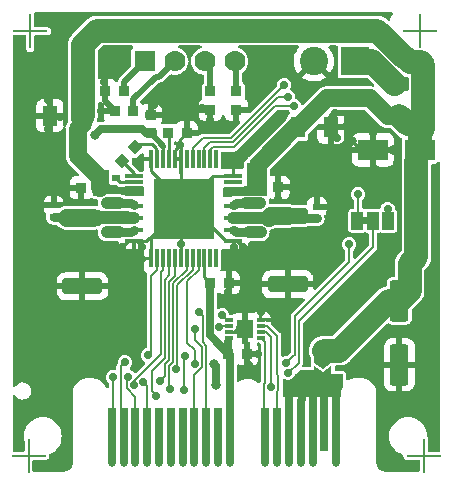
<source format=gtl>
G04 #@! TF.GenerationSoftware,KiCad,Pcbnew,(5.99.0-8491-gb8dfcb34c4)*
G04 #@! TF.CreationDate,2021-01-19T19:49:40+01:00*
G04 #@! TF.ProjectId,TMC2130_Driver,544d4332-3133-4305-9f44-72697665722e,rev?*
G04 #@! TF.SameCoordinates,PX67f3540PY6cb8080*
G04 #@! TF.FileFunction,Copper,L1,Top*
G04 #@! TF.FilePolarity,Positive*
%FSLAX46Y46*%
G04 Gerber Fmt 4.6, Leading zero omitted, Abs format (unit mm)*
G04 Created by KiCad (PCBNEW (5.99.0-8491-gb8dfcb34c4)) date 2021-01-19 19:49:40*
%MOMM*%
%LPD*%
G01*
G04 APERTURE LIST*
G04 Aperture macros list*
%AMRoundRect*
0 Rectangle with rounded corners*
0 $1 Rounding radius*
0 $2 $3 $4 $5 $6 $7 $8 $9 X,Y pos of 4 corners*
0 Add a 4 corners polygon primitive as box body*
4,1,4,$2,$3,$4,$5,$6,$7,$8,$9,$2,$3,0*
0 Add four circle primitives for the rounded corners*
1,1,$1+$1,$2,$3*
1,1,$1+$1,$4,$5*
1,1,$1+$1,$6,$7*
1,1,$1+$1,$8,$9*
0 Add four rect primitives between the rounded corners*
20,1,$1+$1,$2,$3,$4,$5,0*
20,1,$1+$1,$4,$5,$6,$7,0*
20,1,$1+$1,$6,$7,$8,$9,0*
20,1,$1+$1,$8,$9,$2,$3,0*%
%AMRotRect*
0 Rectangle, with rotation*
0 The origin of the aperture is its center*
0 $1 length*
0 $2 width*
0 $3 Rotation angle, in degrees counterclockwise*
0 Add horizontal line*
21,1,$1,$2,0,0,$3*%
G04 Aperture macros list end*
G04 #@! TA.AperFunction,SMDPad,CuDef*
%ADD10R,0.875000X0.950000*%
G04 #@! TD*
G04 #@! TA.AperFunction,SMDPad,CuDef*
%ADD11RotRect,0.875000X0.950000X225.000000*%
G04 #@! TD*
G04 #@! TA.AperFunction,SMDPad,CuDef*
%ADD12R,1.250000X1.750000*%
G04 #@! TD*
G04 #@! TA.AperFunction,SMDPad,CuDef*
%ADD13R,0.127000X3.000000*%
G04 #@! TD*
G04 #@! TA.AperFunction,SMDPad,CuDef*
%ADD14R,3.000000X0.127000*%
G04 #@! TD*
G04 #@! TA.AperFunction,ConnectorPad*
%ADD15C,0.650000*%
G04 #@! TD*
G04 #@! TA.AperFunction,ConnectorPad*
%ADD16R,0.650000X4.600000*%
G04 #@! TD*
G04 #@! TA.AperFunction,ConnectorPad*
%ADD17R,0.650000X3.600000*%
G04 #@! TD*
G04 #@! TA.AperFunction,ComponentPad*
%ADD18R,1.778000X1.778000*%
G04 #@! TD*
G04 #@! TA.AperFunction,ComponentPad*
%ADD19C,1.778000*%
G04 #@! TD*
G04 #@! TA.AperFunction,SMDPad,CuDef*
%ADD20RoundRect,0.250000X-1.425000X0.425000X-1.425000X-0.425000X1.425000X-0.425000X1.425000X0.425000X0*%
G04 #@! TD*
G04 #@! TA.AperFunction,SMDPad,CuDef*
%ADD21R,0.950000X0.875000*%
G04 #@! TD*
G04 #@! TA.AperFunction,SMDPad,CuDef*
%ADD22R,0.680000X0.300000*%
G04 #@! TD*
G04 #@! TA.AperFunction,SMDPad,CuDef*
%ADD23R,1.450000X1.560000*%
G04 #@! TD*
G04 #@! TA.AperFunction,SMDPad,CuDef*
%ADD24RoundRect,0.250000X-0.550000X1.500000X-0.550000X-1.500000X0.550000X-1.500000X0.550000X1.500000X0*%
G04 #@! TD*
G04 #@! TA.AperFunction,SMDPad,CuDef*
%ADD25RoundRect,0.218750X0.256250X-0.218750X0.256250X0.218750X-0.256250X0.218750X-0.256250X-0.218750X0*%
G04 #@! TD*
G04 #@! TA.AperFunction,SMDPad,CuDef*
%ADD26R,0.640000X0.590000*%
G04 #@! TD*
G04 #@! TA.AperFunction,ComponentPad*
%ADD27R,2.400000X2.400000*%
G04 #@! TD*
G04 #@! TA.AperFunction,ComponentPad*
%ADD28C,2.400000*%
G04 #@! TD*
G04 #@! TA.AperFunction,SMDPad,CuDef*
%ADD29R,1.000000X1.500000*%
G04 #@! TD*
G04 #@! TA.AperFunction,SMDPad,CuDef*
%ADD30R,0.300000X1.500000*%
G04 #@! TD*
G04 #@! TA.AperFunction,SMDPad,CuDef*
%ADD31R,1.500000X0.300000*%
G04 #@! TD*
G04 #@! TA.AperFunction,SMDPad,CuDef*
%ADD32R,5.100000X5.100000*%
G04 #@! TD*
G04 #@! TA.AperFunction,SMDPad,CuDef*
%ADD33R,2.500000X1.800000*%
G04 #@! TD*
G04 #@! TA.AperFunction,SMDPad,CuDef*
%ADD34RoundRect,0.250000X-0.625000X0.375000X-0.625000X-0.375000X0.625000X-0.375000X0.625000X0.375000X0*%
G04 #@! TD*
G04 #@! TA.AperFunction,ViaPad*
%ADD35C,0.800000*%
G04 #@! TD*
G04 #@! TA.AperFunction,ViaPad*
%ADD36C,0.700000*%
G04 #@! TD*
G04 #@! TA.AperFunction,Conductor*
%ADD37C,0.650000*%
G04 #@! TD*
G04 #@! TA.AperFunction,Conductor*
%ADD38C,0.254000*%
G04 #@! TD*
G04 #@! TA.AperFunction,Conductor*
%ADD39C,0.508000*%
G04 #@! TD*
G04 #@! TA.AperFunction,Conductor*
%ADD40C,0.250000*%
G04 #@! TD*
G04 #@! TA.AperFunction,Conductor*
%ADD41C,0.800000*%
G04 #@! TD*
G04 #@! TA.AperFunction,Conductor*
%ADD42C,1.000000*%
G04 #@! TD*
G04 #@! TA.AperFunction,Conductor*
%ADD43C,0.203200*%
G04 #@! TD*
G04 #@! TA.AperFunction,Conductor*
%ADD44C,1.500000*%
G04 #@! TD*
G04 #@! TA.AperFunction,Conductor*
%ADD45C,2.000000*%
G04 #@! TD*
G04 APERTURE END LIST*
G36*
X30350000Y21200000D02*
G01*
X29850000Y21200000D01*
X29850000Y21800000D01*
X30350000Y21800000D01*
X30350000Y21200000D01*
G37*
D10*
X16962500Y16250000D03*
X18537500Y16250000D03*
D11*
X10606847Y27706847D03*
X9493153Y26593153D03*
D12*
X6200000Y30400000D03*
X3400000Y30400000D03*
D13*
X1744000Y37546000D03*
D14*
X1744000Y37546000D03*
D13*
X35100000Y1600000D03*
D14*
X35100000Y1600000D03*
D13*
X34764000Y37546000D03*
D14*
X34764000Y37546000D03*
D13*
X1600000Y1600000D03*
D14*
X1600000Y1600000D03*
D15*
X27652800Y1014800D03*
X14652800Y1014800D03*
X17652800Y1014800D03*
X18652800Y1014800D03*
X11652800Y1014800D03*
X10652800Y1014800D03*
X15652800Y1014800D03*
X16652800Y1014800D03*
X23652800Y1014800D03*
X25652800Y1014800D03*
X22652800Y1014800D03*
X13652800Y1014800D03*
X24652800Y1014800D03*
X9652800Y1014800D03*
X12652800Y1014800D03*
X21652800Y1014800D03*
X8652800Y1014800D03*
D16*
X8652800Y3314800D03*
X9652800Y3314800D03*
X10652800Y3314800D03*
X11652800Y3314800D03*
X12652800Y3314800D03*
X13652800Y3314800D03*
X14652800Y3314800D03*
X15652800Y3314800D03*
X16652800Y3314800D03*
X17652800Y3314800D03*
X18652800Y3314800D03*
X21652800Y3314800D03*
X22652800Y3314800D03*
X23652800Y3314800D03*
X24652800Y3314800D03*
X25652800Y3314800D03*
D17*
X26652800Y3814800D03*
D16*
X27652800Y3314800D03*
D18*
X11440000Y35000000D03*
D19*
X13980000Y35000000D03*
X16520000Y35000000D03*
X19060000Y35000000D03*
D10*
X8112500Y32500000D03*
X9687500Y32500000D03*
D20*
X23540000Y21910000D03*
X23540000Y16110000D03*
X6170000Y21740000D03*
X6170000Y15940000D03*
D21*
X19200000Y30912500D03*
X19200000Y32487500D03*
D22*
X21260000Y11600000D03*
X21260000Y12100000D03*
X21260000Y12600000D03*
X21260000Y13100000D03*
X18540000Y13100000D03*
X18540000Y12600000D03*
X18540000Y12100000D03*
X18540000Y11600000D03*
D23*
X19900000Y12350000D03*
D10*
X18512500Y10250000D03*
X20087500Y10250000D03*
D24*
X33000000Y14700000D03*
X33000000Y9300000D03*
D12*
X24400000Y29400000D03*
X27200000Y29400000D03*
D10*
X14987500Y28950000D03*
X13412500Y28950000D03*
D25*
X11950000Y28912500D03*
X11950000Y30487500D03*
D26*
X9000000Y24115000D03*
X9000000Y25085000D03*
X26010000Y21715000D03*
X26010000Y22685000D03*
D10*
X8912500Y30800000D03*
X10487500Y30800000D03*
D26*
X3720000Y21830000D03*
X3720000Y22800000D03*
D27*
X29250000Y35000000D03*
D28*
X25750000Y35000000D03*
D29*
X29450000Y21500000D03*
X30750000Y21500000D03*
X32050000Y21500000D03*
G04 #@! TA.AperFunction,SMDPad,CuDef*
G36*
X26500000Y8975000D02*
G01*
X25750000Y9475000D01*
X25750000Y10475000D01*
X27250000Y10475000D01*
X27250000Y9475000D01*
X26500000Y8975000D01*
G37*
G04 #@! TD.AperFunction*
G04 #@! TA.AperFunction,SMDPad,CuDef*
G36*
X25750000Y8025000D02*
G01*
X25750000Y9175000D01*
X26500000Y8675000D01*
X27250000Y9175000D01*
X27250000Y8025000D01*
X25750000Y8025000D01*
G37*
G04 #@! TD.AperFunction*
D30*
X12000000Y18300000D03*
X12500000Y18300000D03*
X13000000Y18300000D03*
X13500000Y18300000D03*
X14000000Y18300000D03*
X14500000Y18300000D03*
X15000000Y18300000D03*
X15500000Y18300000D03*
X16000000Y18300000D03*
X16500000Y18300000D03*
X17000000Y18300000D03*
X17500000Y18300000D03*
D31*
X18950000Y19750000D03*
X18950000Y20750000D03*
X18950000Y21750000D03*
X18950000Y22750000D03*
X18950000Y23750000D03*
X18950000Y24750000D03*
X18950000Y25250000D03*
D30*
X17500000Y26700000D03*
X17000000Y26700000D03*
X16500000Y26700000D03*
X16000000Y26700000D03*
X15500000Y26700000D03*
X15000000Y26700000D03*
X14500000Y26700000D03*
X14000000Y26700000D03*
X13500000Y26700000D03*
X13000000Y26700000D03*
X12500000Y26700000D03*
X12000000Y26700000D03*
D31*
X10550000Y25250000D03*
X10550000Y24750000D03*
X10550000Y24250000D03*
X10550000Y23750000D03*
X10550000Y22750000D03*
X10550000Y21750000D03*
X10550000Y20750000D03*
X10550000Y19750000D03*
D32*
X14750000Y22500000D03*
D21*
X17000000Y30912500D03*
X17000000Y32487500D03*
D33*
X34750000Y27500000D03*
X30750000Y27500000D03*
D34*
X32950000Y33050000D03*
X32950000Y30250000D03*
D10*
X7617500Y24290000D03*
X6042500Y24290000D03*
X21182500Y24310000D03*
X22757500Y24310000D03*
D35*
X15250000Y24500000D03*
X14000000Y24500000D03*
X12750000Y24500000D03*
X16500000Y24500000D03*
X16500000Y23250000D03*
X12750000Y23250000D03*
X14000000Y23250000D03*
X15250000Y23250000D03*
X15000000Y33000000D03*
X32500000Y24250000D03*
D36*
X7750000Y30750000D03*
D35*
X30750000Y17000000D03*
X30750000Y29000000D03*
X29000000Y28250000D03*
D36*
X18500000Y15500000D03*
X19550000Y12750000D03*
D35*
X21000000Y35500000D03*
D36*
X9500000Y19250000D03*
X14418600Y27881300D03*
X19750000Y19250000D03*
X8000000Y33250000D03*
X27550400Y30624500D03*
X1150000Y29150000D03*
D35*
X26500000Y24250000D03*
D36*
X19000000Y19250000D03*
D35*
X9500000Y15000000D03*
D36*
X3250000Y29250000D03*
D35*
X29000000Y15500000D03*
X34750000Y10500000D03*
X35750000Y16750000D03*
D36*
X3250000Y31750000D03*
D35*
X8500000Y35250000D03*
D36*
X11250000Y19300000D03*
X22727009Y25500000D03*
X27750000Y28500000D03*
D35*
X31250000Y8500000D03*
D36*
X12250000Y31300000D03*
D35*
X21500000Y33000000D03*
X31250000Y10500000D03*
D36*
X28500000Y29500000D03*
X22750000Y23340000D03*
X4250000Y30250000D03*
X21000000Y10250000D03*
X3050000Y18750000D03*
D35*
X4750000Y38250000D03*
D36*
X14500000Y19500000D03*
D35*
X1500000Y9000000D03*
D36*
X16250000Y31000000D03*
D35*
X32500000Y27500000D03*
X34750000Y8500000D03*
D36*
X21000000Y15510000D03*
X17000000Y30000000D03*
X11250000Y18250000D03*
X21250000Y13750000D03*
D35*
X5000000Y14250000D03*
D36*
X20250000Y9310639D03*
D35*
X32500000Y25250000D03*
X29750000Y30000000D03*
X3250000Y34500000D03*
X31000000Y25750000D03*
D36*
X9000000Y20500000D03*
X8250000Y20500000D03*
X9000000Y23000000D03*
X8250000Y23000000D03*
X21250000Y20500000D03*
X20500000Y20500000D03*
X20400000Y23000000D03*
X21200000Y23000000D03*
X10010225Y8303974D03*
X23359400Y9415500D03*
X28750000Y19500000D03*
X23250000Y33000000D03*
X9750329Y9511986D03*
X15688094Y9407044D03*
X8750000Y8250000D03*
X14114176Y8936576D03*
X23586489Y8577022D03*
X11325969Y7862702D03*
X22156801Y7391745D03*
X18000000Y13500000D03*
X16000000Y13750000D03*
X17758998Y12497347D03*
X15695990Y12311502D03*
X12435375Y6695675D03*
X13553348Y7253937D03*
X12722561Y7903687D03*
X10510667Y7613927D03*
X24096000Y31221400D03*
X32000000Y22500000D03*
X23554010Y32000000D03*
X29500000Y23750000D03*
D35*
X7250000Y28750000D03*
X17323139Y9355654D03*
X17450000Y7600000D03*
D36*
X14786900Y7205700D03*
X11725246Y10117053D03*
X14888500Y10063200D03*
D37*
X24652800Y3314800D02*
X24652800Y6264800D01*
X25652800Y3314800D02*
X25652800Y7152800D01*
X23652800Y7402800D02*
X24775000Y8525000D01*
X26652800Y3814800D02*
X26652800Y8152800D01*
X24750000Y6362000D02*
X24750000Y7000000D01*
X24652800Y6264800D02*
X24750000Y6362000D01*
X26652800Y8152800D02*
X26652800Y8372200D01*
X26250000Y7750000D02*
X26652800Y8152800D01*
X26652800Y8372200D02*
X27652800Y7372200D01*
X24750000Y7000000D02*
X25500000Y7750000D01*
X27652800Y7372200D02*
X27652800Y3314800D01*
X25500000Y7750000D02*
X26250000Y7750000D01*
X25652800Y7152800D02*
X26250000Y7750000D01*
X23652800Y3314800D02*
X23652800Y7402800D01*
X24775000Y8525000D02*
X26024840Y8525000D01*
D38*
X10550000Y19750000D02*
X11554000Y19750000D01*
D39*
X27550400Y30624500D02*
X28477500Y30624500D01*
D38*
X17250000Y25250000D02*
X16500000Y24500000D01*
X12000000Y25696000D02*
X14750000Y22946000D01*
X14304000Y22500000D02*
X14750000Y22500000D01*
D39*
X8112500Y32500000D02*
X8112500Y31600000D01*
D38*
X10800000Y19750000D02*
X11250000Y19300000D01*
X12000000Y26700000D02*
X12000000Y25696000D01*
X14500000Y18300000D02*
X14500000Y22250000D01*
D40*
X14000000Y26700000D02*
X14000000Y27462700D01*
D39*
X27200000Y29400000D02*
X27200000Y30274100D01*
X8112500Y31600000D02*
X8912500Y30800000D01*
D40*
X27200000Y29050000D02*
X27750000Y28500000D01*
D38*
X14500000Y22250000D02*
X14750000Y22500000D01*
D39*
X28477500Y30624500D02*
X29102000Y30000000D01*
D38*
X15600000Y22500000D02*
X14750000Y22500000D01*
X18950000Y25250000D02*
X17250000Y25250000D01*
D40*
X27200000Y29400000D02*
X27200000Y29050000D01*
X11950000Y31000000D02*
X12250000Y31300000D01*
D38*
X12500000Y32100000D02*
X13250000Y31350000D01*
D39*
X29102000Y30000000D02*
X29750000Y30000000D01*
D40*
X14418600Y27881300D02*
X14418600Y28381100D01*
X19250000Y19750000D02*
X19750000Y19250000D01*
D38*
X11554000Y19750000D02*
X14304000Y22500000D01*
D40*
X14500000Y26700000D02*
X14500000Y27799900D01*
D39*
X27200000Y30274100D02*
X27550400Y30624500D01*
D38*
X18350000Y19750000D02*
X15600000Y22500000D01*
D40*
X14000000Y27462700D02*
X14418600Y27881300D01*
D38*
X14500000Y22750000D02*
X14750000Y22500000D01*
X12500000Y32125000D02*
X12500000Y32100000D01*
D40*
X27500000Y29700000D02*
X27200000Y29400000D01*
D38*
X10550000Y19750000D02*
X10000000Y19750000D01*
X12000000Y18300000D02*
X12000000Y20000000D01*
X12000000Y20000000D02*
X12750000Y20750000D01*
D40*
X29750000Y27500000D02*
X29000000Y28250000D01*
D38*
X14750000Y22946000D02*
X14750000Y22500000D01*
D40*
X11950000Y30487500D02*
X11950000Y31000000D01*
X14418600Y28381100D02*
X14987500Y28950000D01*
D38*
X14500000Y26700000D02*
X14500000Y22750000D01*
D40*
X14500000Y27799900D02*
X14418600Y27881300D01*
D38*
X18540000Y12100000D02*
X19650000Y12100000D01*
X19650000Y12100000D02*
X19900000Y12350000D01*
X16100000Y22500000D02*
X14750000Y22500000D01*
D40*
X30750000Y27500000D02*
X29750000Y27500000D01*
D38*
X10000000Y19750000D02*
X9500000Y19250000D01*
X14000000Y23250000D02*
X14750000Y22500000D01*
X10550000Y19750000D02*
X10800000Y19750000D01*
X18950000Y19750000D02*
X18350000Y19750000D01*
D40*
X18950000Y19750000D02*
X19250000Y19750000D01*
D39*
X12409099Y33704599D02*
X12684599Y33704599D01*
D41*
X10300000Y20500000D02*
X10497590Y20697590D01*
D42*
X8250000Y20500000D02*
X9225678Y20500000D01*
D39*
X12684599Y33704599D02*
X13091001Y34111001D01*
X10487500Y30800000D02*
X10487500Y30837500D01*
D41*
X9000000Y20500000D02*
X10300000Y20500000D01*
D39*
X10487500Y31783000D02*
X12409099Y33704599D01*
X10487500Y30800000D02*
X10487500Y31783000D01*
X13091001Y34111001D02*
X13980000Y35000000D01*
X9687500Y33247500D02*
X11440000Y35000000D01*
D41*
X9750000Y23000000D02*
X9000000Y23000000D01*
D42*
X8250000Y23000000D02*
X9225678Y23000000D01*
D41*
X10497590Y22802410D02*
X10550000Y22802410D01*
X9750000Y23000000D02*
X10300000Y23000000D01*
D39*
X9687500Y32500000D02*
X9687500Y33247500D01*
D41*
X10300000Y23000000D02*
X10497590Y22802410D01*
X20274322Y20500000D02*
X19200000Y20500000D01*
D39*
X17000000Y32487500D02*
X17000000Y34520000D01*
D41*
X19002410Y20697590D02*
X18950000Y20697590D01*
D39*
X17000000Y34520000D02*
X16520000Y35000000D01*
D41*
X19200000Y20500000D02*
X19002410Y20697590D01*
D42*
X21250000Y20500000D02*
X20274322Y20500000D01*
D41*
X19200000Y23000000D02*
X19002410Y22802410D01*
D39*
X19200000Y34860000D02*
X19060000Y35000000D01*
X19200000Y32487500D02*
X19200000Y34860000D01*
D41*
X20000000Y23000000D02*
X19200000Y23000000D01*
D42*
X21200000Y23000000D02*
X20000000Y23000000D01*
D41*
X19002410Y22802410D02*
X18950000Y22802410D01*
D43*
X24144390Y10144390D02*
X24088290Y10144390D01*
X24144390Y13394390D02*
X28750000Y18000000D01*
X15500000Y27653200D02*
X16346800Y28500000D01*
X16346800Y28500000D02*
X18750000Y28500000D01*
X10652800Y6577872D02*
X9906666Y7324006D01*
X9906666Y7324006D02*
X9906666Y8200415D01*
X24144390Y13105610D02*
X24144390Y10144390D01*
X9906666Y8200415D02*
X10010225Y8303974D01*
X18750000Y28500000D02*
X23250000Y33000000D01*
X24088290Y10144390D02*
X23359400Y9415500D01*
X28750000Y18000000D02*
X28750000Y19500000D01*
X24144390Y13105610D02*
X24144390Y13394390D01*
X10652800Y3314800D02*
X10652800Y6577872D01*
X15500000Y26700000D02*
X15500000Y27653200D01*
X9400330Y9161987D02*
X9750329Y9511986D01*
X9400330Y3567270D02*
X9400330Y9161987D01*
X15042048Y11166952D02*
X15688094Y10520906D01*
X15042048Y16388848D02*
X15042048Y11166952D01*
X16000000Y18300000D02*
X16000000Y17346800D01*
X16000000Y17346800D02*
X15042048Y16388848D01*
X9652800Y3314800D02*
X9400330Y3567270D01*
X15688094Y10520906D02*
X15688094Y9407044D01*
X8750000Y8250000D02*
X8750000Y3412000D01*
X15500000Y17349709D02*
X14203914Y16053623D01*
X14203914Y16053623D02*
X14203914Y9026314D01*
X8750000Y3412000D02*
X8652800Y3314800D01*
X15500000Y18300000D02*
X15500000Y17349709D01*
X14203914Y9026314D02*
X14114176Y8936576D01*
X11652800Y7535871D02*
X11325969Y7862702D01*
X24500000Y9490533D02*
X24500001Y13000001D01*
X30750000Y19250000D02*
X30750000Y21500000D01*
X11652800Y3314800D02*
X11652800Y7535871D01*
X24500001Y13000001D02*
X30750000Y19250000D01*
X23586489Y8577022D02*
X24500000Y9490533D01*
D38*
X12429401Y26770599D02*
X12429401Y27673521D01*
X12086716Y28016206D02*
X10916206Y28016206D01*
X10916206Y28016206D02*
X10606847Y27706847D01*
X12429401Y27673521D02*
X12086716Y28016206D01*
X12500000Y26700000D02*
X12429401Y26770599D01*
X10550000Y25536306D02*
X9493153Y26593153D01*
X10550000Y25250000D02*
X10550000Y25536306D01*
D43*
X21707202Y12100000D02*
X22156801Y11650401D01*
X22156801Y11650401D02*
X22156801Y7391745D01*
X21260000Y12100000D02*
X21707202Y12100000D01*
X21652800Y7781666D02*
X21652800Y11207200D01*
X21552800Y7681666D02*
X21652800Y7781666D01*
X21652800Y3314800D02*
X21552800Y3414800D01*
X21552800Y3414800D02*
X21552800Y7681666D01*
X21652800Y11207200D02*
X21260000Y11600000D01*
X21260000Y12600000D02*
X21803200Y12600000D01*
X22760811Y7125824D02*
X22652800Y7017813D01*
X22760811Y8384989D02*
X22760811Y7125824D01*
X22652800Y5818000D02*
X22652800Y3314800D01*
X21803200Y12600000D02*
X22652800Y11750400D01*
X22652800Y8953278D02*
X22652800Y8493000D01*
X22645999Y9539921D02*
X22645999Y8960079D01*
X22645999Y8960079D02*
X22652800Y8953278D01*
X22652800Y10512300D02*
X22652800Y9546722D01*
X22652800Y11750400D02*
X22652800Y10512300D01*
X22652800Y7017813D02*
X22652800Y5818000D01*
X22652800Y8493000D02*
X22760811Y8384989D01*
X22652800Y9546722D02*
X22645999Y9539921D01*
X16345633Y13404367D02*
X16000000Y13750000D01*
X18540000Y13100000D02*
X18400000Y13100000D01*
X16652800Y10920340D02*
X16345633Y11227507D01*
X18400000Y13100000D02*
X18000000Y13500000D01*
X16652800Y3314800D02*
X16652800Y10920340D01*
X16345633Y11227507D02*
X16345633Y13404367D01*
X16292104Y10641304D02*
X16292104Y10778127D01*
X16292104Y10641304D02*
X16292104Y9102888D01*
X16292104Y10778127D02*
X15695990Y11374241D01*
X15652800Y3314800D02*
X15652800Y8463584D01*
X17861651Y12600000D02*
X17758998Y12497347D01*
X18540000Y12600000D02*
X17861651Y12600000D01*
X15695990Y11374241D02*
X15695990Y12311502D01*
X16292104Y9102888D02*
X16038708Y8849492D01*
X15652800Y8463584D02*
X16038708Y8849492D01*
D37*
X16931597Y11844809D02*
X16924644Y11837856D01*
D38*
X16500000Y16712500D02*
X16962500Y16250000D01*
X18540000Y11265000D02*
X18512500Y11237500D01*
D37*
X16962500Y15312200D02*
X16962500Y12925403D01*
X16962500Y12925403D02*
X16931597Y12894500D01*
X18512500Y10250000D02*
X18512500Y11237500D01*
D38*
X18540000Y11600000D02*
X18540000Y11265000D01*
D37*
X16924644Y11837856D02*
X18512500Y10250000D01*
X18652800Y3314800D02*
X18652800Y10109700D01*
X16962500Y16250000D02*
X16962500Y15312200D01*
X18652800Y10109700D02*
X18512500Y10250000D01*
X16931597Y12894500D02*
X16931597Y11844809D01*
D38*
X16500000Y18300000D02*
X16500000Y16712500D01*
X13533410Y27483055D02*
X13533410Y28829090D01*
X13500000Y26700000D02*
X13500000Y27449645D01*
X13533410Y28829090D02*
X13412500Y28950000D01*
X13500000Y27449645D02*
X13533410Y27483055D01*
D42*
X18950000Y21750000D02*
X21970000Y21750000D01*
D41*
X24790000Y21910000D02*
X24985000Y21715000D01*
X24985000Y21715000D02*
X26010000Y21715000D01*
D44*
X22130000Y21910000D02*
X21970000Y21750000D01*
D39*
X23515000Y21615000D02*
X23500000Y21600000D01*
D44*
X23540000Y21910000D02*
X22130000Y21910000D01*
D42*
X21970000Y21750000D02*
X23350000Y21750000D01*
X10061667Y21750001D02*
X10550000Y21750001D01*
X6500000Y21850000D02*
X6600000Y21750000D01*
D44*
X7080000Y21740000D02*
X7090000Y21750000D01*
D42*
X6250000Y21850000D02*
X6500000Y21850000D01*
X7090000Y21750000D02*
X6600000Y21750000D01*
D44*
X6170000Y21740000D02*
X7080000Y21740000D01*
D42*
X9705431Y21850000D02*
X9961668Y21850000D01*
X10550000Y21750000D02*
X7090000Y21750000D01*
D41*
X3720000Y21830000D02*
X4730000Y21830000D01*
D44*
X4820000Y21740000D02*
X6170000Y21740000D01*
D42*
X7770247Y21850000D02*
X7772657Y21847590D01*
X7772657Y21847590D02*
X9703021Y21847590D01*
D39*
X5530000Y21830000D02*
X5550000Y21850000D01*
D42*
X5550000Y21850000D02*
X7770247Y21850000D01*
X9961668Y21850000D02*
X10061667Y21750001D01*
X9703021Y21847590D02*
X9705431Y21850000D01*
D41*
X4730000Y21830000D02*
X4820000Y21740000D01*
D43*
X12075324Y7055727D02*
X12435375Y6695675D01*
X12075324Y8812124D02*
X12075324Y7055727D01*
X13500000Y16858436D02*
X13137081Y16495517D01*
X13500000Y18300000D02*
X13500000Y16858436D01*
X13137081Y9873881D02*
X12075324Y8812124D01*
X13137081Y16495517D02*
X13137081Y9873881D01*
X15000000Y18300000D02*
X15000000Y17352617D01*
X15000000Y17352617D02*
X13848303Y16200921D01*
X13510175Y7297110D02*
X13553348Y7253937D01*
X13848303Y16200921D02*
X13848303Y9564625D01*
X13848303Y9564625D02*
X13510175Y9226497D01*
X13510175Y9226497D02*
X13510175Y7297110D01*
X13492690Y9711921D02*
X13154564Y9373795D01*
X13154564Y9205564D02*
X13154564Y8316794D01*
X14000000Y18300000D02*
X14000000Y16855527D01*
X14000000Y16855527D02*
X13492690Y16348217D01*
X13154564Y9373795D02*
X13154564Y9205564D01*
X13154564Y9205564D02*
X13154564Y8335690D01*
X13492690Y16348217D02*
X13492690Y9711921D01*
X13154564Y8335690D02*
X12722561Y7903687D01*
X13000000Y18300000D02*
X13000000Y17346800D01*
X10510667Y7962310D02*
X10510667Y7613927D01*
X13000000Y17346800D02*
X12781470Y17128270D01*
X12781470Y17128270D02*
X12781470Y10233113D01*
X12781470Y10233113D02*
X10510667Y7962310D01*
X32000000Y22500000D02*
X32000000Y21550000D01*
X32000000Y21550000D02*
X32050000Y21500000D01*
X22505817Y31250000D02*
X24067400Y31250000D01*
X18959818Y27704001D02*
X22505817Y31250000D01*
X17000000Y26700000D02*
X17000000Y27497092D01*
X24067400Y31250000D02*
X24096000Y31221400D01*
X17000000Y27497092D02*
X17206909Y27704001D01*
X17206909Y27704001D02*
X18959818Y27704001D01*
X23129746Y32000000D02*
X23554010Y32000000D01*
X16500000Y27653200D02*
X16991189Y28144389D01*
X16500000Y26700000D02*
X16500000Y27653200D01*
X29500000Y23750000D02*
X29500000Y21550000D01*
X18897298Y28144389D02*
X22752908Y32000000D01*
X22752908Y32000000D02*
X23129746Y32000000D01*
X16991189Y28144389D02*
X18897298Y28144389D01*
X29500000Y21550000D02*
X29450000Y21500000D01*
D38*
X10550000Y24750000D02*
X9335000Y24750000D01*
X9335000Y24750000D02*
X9000000Y25085000D01*
D45*
X33548099Y35250000D02*
X33904500Y34893599D01*
X33000000Y14700000D02*
X33870710Y15570710D01*
X34450000Y18450000D02*
X34450000Y25600000D01*
D44*
X5750000Y29250000D02*
X5750000Y27000000D01*
X24400000Y29400000D02*
X26876902Y31876902D01*
X32025000Y30350000D02*
X33000000Y30350000D01*
D45*
X35027410Y29277410D02*
X34750000Y29000000D01*
X34094897Y29655103D02*
X34750000Y29000000D01*
D44*
X26600000Y10500000D02*
X26600000Y10075000D01*
D45*
X33870710Y17870710D02*
X34450000Y18450000D01*
X32100000Y14700000D02*
X27900000Y10500000D01*
X27900000Y10500000D02*
X26600000Y10500000D01*
X31124322Y37600000D02*
X33474322Y35250000D01*
D38*
X19677158Y23779410D02*
X21620590Y23779410D01*
D44*
X24400000Y29400000D02*
X24150000Y29400000D01*
D45*
X35027410Y34722590D02*
X35027410Y29277410D01*
X34450000Y26500000D02*
X34450000Y25600000D01*
D44*
X7617500Y25132500D02*
X7617500Y24290000D01*
D45*
X34856401Y34893599D02*
X35027410Y34722590D01*
D44*
X30498098Y31876902D02*
X32025000Y30350000D01*
D45*
X33000000Y30350000D02*
X33694897Y29655103D01*
X6200000Y36400000D02*
X7400000Y37600000D01*
D44*
X6200000Y29700000D02*
X5750000Y29250000D01*
X6200000Y30400000D02*
X5947598Y30147598D01*
D45*
X33904500Y34893599D02*
X34856401Y34893599D01*
X33694897Y29655103D02*
X34094897Y29655103D01*
X33870710Y15570710D02*
X33870710Y17870710D01*
D44*
X6200000Y30400000D02*
X6200000Y29700000D01*
D45*
X33000000Y14700000D02*
X32100000Y14700000D01*
X33474322Y35250000D02*
X33548099Y35250000D01*
D38*
X18950000Y23750000D02*
X19647748Y23750000D01*
D45*
X7400000Y37600000D02*
X31124322Y37600000D01*
D44*
X26876902Y31876902D02*
X30498098Y31876902D01*
X5750000Y27000000D02*
X7617500Y25132500D01*
D45*
X34750000Y29000000D02*
X34750000Y27500000D01*
X6200000Y30400000D02*
X6200000Y36400000D01*
D38*
X19647748Y23750000D02*
X19677158Y23779410D01*
D44*
X24150000Y29400000D02*
X21000000Y26250000D01*
X26600000Y10075000D02*
X26500000Y9975000D01*
D45*
X30680356Y35000000D02*
X32582765Y33097591D01*
X32582765Y33097591D02*
X32656541Y33097591D01*
X29250000Y35000000D02*
X30680356Y35000000D01*
D37*
X11200000Y29300000D02*
X7750000Y29300000D01*
X17450000Y7600000D02*
X17450000Y9228793D01*
D39*
X11950000Y28912500D02*
X13000000Y27862500D01*
D37*
X7750000Y29250000D02*
X7250000Y28750000D01*
X11587500Y28912500D02*
X11200000Y29300000D01*
D38*
X13000000Y27704000D02*
X13000000Y26700000D01*
D39*
X13000000Y27704000D02*
X13000000Y27862500D01*
D37*
X11950000Y28912500D02*
X11587500Y28912500D01*
X17450000Y9228793D02*
X17323139Y9355654D01*
X7750000Y29300000D02*
X7750000Y29250000D01*
D43*
X12500000Y17346800D02*
X12000237Y16847037D01*
X14786900Y8818600D02*
X14786900Y9326600D01*
X14786900Y7205700D02*
X14786900Y8818600D01*
X12000237Y16847037D02*
X12000237Y11391337D01*
X14786900Y9326600D02*
X14786900Y9961600D01*
X14786900Y9961600D02*
X14888500Y10063200D01*
X14786900Y9326600D02*
X14786900Y9644072D01*
X12000237Y10392044D02*
X11725246Y10117053D01*
X12000237Y11391337D02*
X12000237Y10037772D01*
X12000237Y11391337D02*
X12000237Y10392044D01*
X12500000Y18300000D02*
X12500000Y17346800D01*
G04 #@! TA.AperFunction,Conductor*
G36*
X21781694Y26381694D02*
G01*
X21800000Y26337500D01*
X21800000Y23662500D01*
X21781694Y23618306D01*
X21737500Y23600000D01*
X21681880Y23600000D01*
X21641414Y23614869D01*
X21637369Y23618306D01*
X21621404Y23631869D01*
X21464740Y23711866D01*
X21293875Y23753676D01*
X21284849Y23754236D01*
X21281562Y23754440D01*
X21281558Y23754440D01*
X21280593Y23754500D01*
X19957115Y23754500D01*
X19825277Y23739129D01*
X19659927Y23679110D01*
X19656891Y23677119D01*
X19656890Y23677119D01*
X19637997Y23664732D01*
X19603729Y23654500D01*
X19278234Y23654500D01*
X19269824Y23655428D01*
X19269816Y23655344D01*
X19265905Y23655714D01*
X19262064Y23656572D01*
X19197111Y23654531D01*
X19195148Y23654500D01*
X19160420Y23654500D01*
X19151510Y23653375D01*
X19145665Y23652915D01*
X19096831Y23651380D01*
X19071631Y23644059D01*
X19062031Y23642071D01*
X19039890Y23639274D01*
X19039888Y23639274D01*
X19035989Y23638781D01*
X18990559Y23620793D01*
X18984996Y23618889D01*
X18938080Y23605259D01*
X18934698Y23603259D01*
X18934696Y23603258D01*
X18915487Y23591898D01*
X18906683Y23587584D01*
X18882283Y23577924D01*
X18879103Y23575613D01*
X18879102Y23575613D01*
X18842757Y23549207D01*
X18837836Y23545975D01*
X18795787Y23521107D01*
X18793398Y23519000D01*
X18792704Y23518306D01*
X18791995Y23517640D01*
X18791790Y23517859D01*
X18791186Y23517420D01*
X18791042Y23517618D01*
X18748510Y23500000D01*
X18162500Y23500000D01*
X18118306Y23518306D01*
X18100000Y23562500D01*
X18100000Y24284235D01*
X18118306Y24328429D01*
X18162500Y24346735D01*
X18174691Y24345534D01*
X18187953Y24342896D01*
X18196988Y24341099D01*
X18196989Y24341099D01*
X18200000Y24340500D01*
X19700000Y24340500D01*
X19703010Y24341099D01*
X19703013Y24341099D01*
X19756288Y24351696D01*
X19799306Y24360253D01*
X19843029Y24389468D01*
X19877750Y24400000D01*
X20100000Y24400000D01*
X20100000Y26337500D01*
X20118306Y26381694D01*
X20162500Y26400000D01*
X21737500Y26400000D01*
X21781694Y26381694D01*
G37*
G04 #@! TD.AperFunction*
G04 #@! TA.AperFunction,Conductor*
G36*
X28209338Y8496207D02*
G01*
X28235058Y8451658D01*
X28236200Y8438600D01*
X28236200Y7498139D01*
X28229469Y7470445D01*
X28230584Y7470019D01*
X28227441Y7461789D01*
X28226666Y7459840D01*
X28145544Y7263995D01*
X28144673Y7261977D01*
X28140782Y7253319D01*
X28140468Y7251740D01*
X28139927Y7250434D01*
X28138439Y7241688D01*
X28138068Y7239677D01*
X28098361Y7040052D01*
X28097472Y7036134D01*
X28094709Y7025301D01*
X28094619Y7021503D01*
X28094554Y7020915D01*
X28093851Y7017382D01*
X28093969Y7013167D01*
X28094160Y7006329D01*
X28094168Y7002451D01*
X28091339Y6883016D01*
X28092180Y6878881D01*
X28092180Y6878879D01*
X28095292Y6863575D01*
X28096800Y6848591D01*
X28096800Y6684000D01*
X28079207Y6635662D01*
X28034658Y6609942D01*
X28021600Y6608800D01*
X23231400Y6608800D01*
X23183062Y6626393D01*
X23157342Y6670942D01*
X23156200Y6684000D01*
X23156200Y8054009D01*
X23173793Y8102347D01*
X23218342Y8128067D01*
X23266935Y8120283D01*
X23315784Y8094091D01*
X23391742Y8053363D01*
X23396743Y8052245D01*
X23396746Y8052244D01*
X23475165Y8034715D01*
X23539738Y8020281D01*
X23544854Y8020549D01*
X23544855Y8020549D01*
X23589583Y8022893D01*
X23691179Y8028218D01*
X23834907Y8076588D01*
X23839144Y8079468D01*
X23839147Y8079469D01*
X23956091Y8158945D01*
X23960332Y8161827D01*
X24017932Y8229987D01*
X24054903Y8273736D01*
X24054905Y8273739D01*
X24058215Y8277656D01*
X24121343Y8415540D01*
X24126859Y8450365D01*
X24151798Y8495355D01*
X24201133Y8513800D01*
X28161000Y8513800D01*
X28209338Y8496207D01*
G37*
G04 #@! TD.AperFunction*
G04 #@! TA.AperFunction,Conductor*
G36*
X8381694Y25781694D02*
G01*
X8400000Y25737500D01*
X8400000Y24600000D01*
X8487284Y24600000D01*
X8522005Y24589468D01*
X8580694Y24550253D01*
X8623712Y24541696D01*
X8676987Y24531099D01*
X8676990Y24531099D01*
X8680000Y24530500D01*
X8988864Y24530500D01*
X9033058Y24512194D01*
X9041369Y24501904D01*
X9046328Y24494224D01*
X9046331Y24494221D01*
X9049133Y24489881D01*
X9053191Y24486682D01*
X9076782Y24468084D01*
X9082282Y24463196D01*
X9086481Y24458997D01*
X9088575Y24457501D01*
X9088578Y24457498D01*
X9104819Y24445892D01*
X9107173Y24444124D01*
X9144739Y24414509D01*
X9144743Y24414507D01*
X9148802Y24411307D01*
X9153678Y24409595D01*
X9157192Y24407663D01*
X9160767Y24405912D01*
X9164964Y24402912D01*
X9169906Y24401434D01*
X9169910Y24401432D01*
X9215756Y24387722D01*
X9218554Y24386812D01*
X9268549Y24369255D01*
X9272467Y24368916D01*
X9272470Y24368915D01*
X9277267Y24368500D01*
X9277264Y24368460D01*
X9280042Y24368226D01*
X9281606Y24368028D01*
X9286559Y24366547D01*
X9335042Y24368452D01*
X9337495Y24368500D01*
X9671491Y24368500D01*
X9695409Y24363742D01*
X9695576Y24363673D01*
X9700694Y24360253D01*
X9706730Y24359052D01*
X9706731Y24359052D01*
X9796987Y24341099D01*
X9796990Y24341099D01*
X9800000Y24340500D01*
X11300000Y24340500D01*
X11303011Y24341099D01*
X11303012Y24341099D01*
X11312047Y24342896D01*
X11325307Y24345534D01*
X11372223Y24336202D01*
X11398799Y24296428D01*
X11400000Y24284235D01*
X11400000Y23662500D01*
X11381694Y23618306D01*
X11337500Y23600000D01*
X10582813Y23600000D01*
X10552706Y23607730D01*
X10542778Y23613188D01*
X10538971Y23614165D01*
X10538962Y23614169D01*
X10517357Y23619716D01*
X10508078Y23622892D01*
X10487598Y23631755D01*
X10487594Y23631756D01*
X10483994Y23633314D01*
X10435730Y23640958D01*
X10429980Y23642149D01*
X10400323Y23649764D01*
X10385513Y23653567D01*
X10385510Y23653567D01*
X10382657Y23654300D01*
X10379478Y23654500D01*
X10355154Y23654500D01*
X10345377Y23655269D01*
X10324594Y23658561D01*
X10324591Y23658561D01*
X10320715Y23659175D01*
X10279396Y23655269D01*
X10274191Y23654777D01*
X10268309Y23654500D01*
X9617796Y23654500D01*
X9589373Y23661337D01*
X9566208Y23673165D01*
X9490418Y23711866D01*
X9319553Y23753676D01*
X9310527Y23754236D01*
X9307240Y23754440D01*
X9307236Y23754440D01*
X9306271Y23754500D01*
X8207115Y23754500D01*
X8075277Y23739129D01*
X7909927Y23679110D01*
X7906891Y23677119D01*
X7906890Y23677119D01*
X7804870Y23610232D01*
X7770602Y23600000D01*
X7162500Y23600000D01*
X7118306Y23618306D01*
X7100000Y23662500D01*
X7100000Y25737500D01*
X7118306Y25781694D01*
X7162500Y25800000D01*
X8337500Y25800000D01*
X8381694Y25781694D01*
G37*
G04 #@! TD.AperFunction*
G04 #@! TA.AperFunction,Conductor*
G36*
X36404200Y26487743D02*
G01*
X36441511Y26427341D01*
X36446000Y26394007D01*
X36446000Y2049000D01*
X36425998Y1980879D01*
X36372342Y1934386D01*
X36320000Y1923000D01*
X35549000Y1923000D01*
X35480879Y1943002D01*
X35434386Y1996658D01*
X35423000Y2049000D01*
X35423000Y3100000D01*
X35403247Y3199306D01*
X35376984Y3238611D01*
X35356137Y3298726D01*
X35340072Y3502847D01*
X35339684Y3507781D01*
X35280725Y3753363D01*
X35184075Y3986698D01*
X35052113Y4202040D01*
X34888088Y4394088D01*
X34696040Y4558113D01*
X34480698Y4690075D01*
X34476128Y4691968D01*
X34476124Y4691970D01*
X34251936Y4784831D01*
X34251934Y4784832D01*
X34247363Y4786725D01*
X34161979Y4807224D01*
X34006594Y4844529D01*
X34006588Y4844530D01*
X34001781Y4845684D01*
X33750000Y4865500D01*
X33498219Y4845684D01*
X33493412Y4844530D01*
X33493406Y4844529D01*
X33338021Y4807224D01*
X33252637Y4786725D01*
X33248066Y4784832D01*
X33248064Y4784831D01*
X33023876Y4691970D01*
X33023872Y4691968D01*
X33019302Y4690075D01*
X32803960Y4558113D01*
X32611912Y4394088D01*
X32447887Y4202040D01*
X32315925Y3986698D01*
X32219275Y3753363D01*
X32160316Y3507781D01*
X32140500Y3256000D01*
X32160316Y3004219D01*
X32219275Y2758637D01*
X32221168Y2754066D01*
X32221169Y2754064D01*
X32236869Y2716162D01*
X32315925Y2525302D01*
X32447887Y2309960D01*
X32611912Y2117912D01*
X32803960Y1953887D01*
X33019302Y1821925D01*
X33023872Y1820032D01*
X33023876Y1820030D01*
X33248073Y1727165D01*
X33248078Y1727163D01*
X33252637Y1725275D01*
X33254205Y1724899D01*
X33312045Y1685345D01*
X33339679Y1619947D01*
X33340500Y1605590D01*
X33340500Y1536500D01*
X33360253Y1437194D01*
X33416506Y1353006D01*
X33500694Y1296753D01*
X33600000Y1277000D01*
X34651000Y1277000D01*
X34719121Y1256998D01*
X34765614Y1203342D01*
X34777000Y1151000D01*
X34777000Y380000D01*
X34756998Y311879D01*
X34703342Y265386D01*
X34651000Y254000D01*
X31864547Y254000D01*
X31843454Y256330D01*
X31843442Y256229D01*
X31837302Y256981D01*
X31831261Y258332D01*
X31786403Y259394D01*
X31753316Y260178D01*
X31743950Y260750D01*
X31722779Y262835D01*
X31710547Y264649D01*
X31696728Y267398D01*
X31601229Y286394D01*
X31589254Y289393D01*
X31580437Y292067D01*
X31568825Y296222D01*
X31465814Y338891D01*
X31454654Y344171D01*
X31450799Y346231D01*
X31446542Y348507D01*
X31435959Y354851D01*
X31343272Y416782D01*
X31333363Y424130D01*
X31326231Y429983D01*
X31317075Y438283D01*
X31238283Y517075D01*
X31229983Y526231D01*
X31229978Y526237D01*
X31224134Y533359D01*
X31216783Y543270D01*
X31154851Y635958D01*
X31148502Y646550D01*
X31144167Y654661D01*
X31138885Y665828D01*
X31118733Y714480D01*
X31096226Y768815D01*
X31092066Y780441D01*
X31089393Y789254D01*
X31086393Y801231D01*
X31064649Y910549D01*
X31062835Y922780D01*
X31060751Y943940D01*
X31060179Y953306D01*
X31058479Y1025077D01*
X31058478Y1025082D01*
X31058332Y1031261D01*
X31056981Y1037300D01*
X31056229Y1043441D01*
X31056330Y1043453D01*
X31054000Y1064547D01*
X31054000Y6838431D01*
X31055874Y6860082D01*
X31058460Y6874909D01*
X31059523Y6881002D01*
X31059377Y6887187D01*
X31056635Y7002926D01*
X31056600Y7005910D01*
X31056600Y7024138D01*
X31056069Y7026806D01*
X31056005Y7029523D01*
X31054706Y7035330D01*
X31054704Y7035345D01*
X31052024Y7047328D01*
X31051408Y7050242D01*
X31038435Y7115463D01*
X31008453Y7266191D01*
X31008310Y7266537D01*
X31008237Y7266902D01*
X30913791Y7494913D01*
X30913585Y7495221D01*
X30913442Y7495567D01*
X30909989Y7500735D01*
X30779768Y7695626D01*
X30779765Y7695630D01*
X30776329Y7700772D01*
X30776064Y7701037D01*
X30775857Y7701347D01*
X30601347Y7875857D01*
X30601037Y7876064D01*
X30600772Y7876329D01*
X30595630Y7879765D01*
X30595626Y7879768D01*
X30400734Y8009990D01*
X30400731Y8009992D01*
X30395567Y8013442D01*
X30395221Y8013585D01*
X30394913Y8013791D01*
X30166903Y8108237D01*
X30166536Y8108310D01*
X30166191Y8108453D01*
X30160126Y8109659D01*
X30160124Y8109660D01*
X30049528Y8131658D01*
X29950234Y8151409D01*
X29947380Y8152011D01*
X29929523Y8156005D01*
X29926805Y8156069D01*
X29924137Y8156600D01*
X29905902Y8156600D01*
X29902919Y8156635D01*
X29787187Y8159376D01*
X29787183Y8159376D01*
X29781003Y8159522D01*
X29774909Y8158459D01*
X29774907Y8158459D01*
X29760087Y8155874D01*
X29738438Y8154000D01*
X29361569Y8154000D01*
X29339918Y8155874D01*
X29338800Y8156069D01*
X29318998Y8159523D01*
X29312820Y8159377D01*
X29312815Y8159377D01*
X29197074Y8156635D01*
X29194090Y8156600D01*
X29175862Y8156600D01*
X29173194Y8156069D01*
X29170477Y8156005D01*
X29164670Y8154706D01*
X29164655Y8154704D01*
X29152672Y8152024D01*
X29149758Y8151408D01*
X28933809Y8108453D01*
X28933463Y8108310D01*
X28933098Y8108237D01*
X28705087Y8013791D01*
X28704779Y8013585D01*
X28704433Y8013442D01*
X28686202Y8001260D01*
X28618451Y7980045D01*
X28549984Y7998827D01*
X28502540Y8051643D01*
X28490200Y8106025D01*
X28490200Y8438600D01*
X28489234Y8460729D01*
X28488092Y8473787D01*
X28486885Y8484810D01*
X28484673Y8491327D01*
X28484672Y8491331D01*
X28457018Y8572796D01*
X28455029Y8578657D01*
X28436363Y8610989D01*
X28431715Y8619039D01*
X28431714Y8619041D01*
X28429309Y8623206D01*
X28422104Y8632183D01*
X28387838Y8674878D01*
X28387836Y8674880D01*
X28380936Y8683477D01*
X28296209Y8734890D01*
X28247871Y8752483D01*
X28161000Y8767800D01*
X27635500Y8767800D01*
X27567379Y8787802D01*
X27520886Y8841458D01*
X27509500Y8893800D01*
X27509500Y9032452D01*
X31692000Y9032452D01*
X31692000Y7760777D01*
X31692424Y7753476D01*
X31706617Y7631745D01*
X31709963Y7617590D01*
X31765263Y7465239D01*
X31771773Y7452240D01*
X31860641Y7316694D01*
X31869965Y7305542D01*
X31987629Y7194078D01*
X31999276Y7185365D01*
X32139429Y7103957D01*
X32152754Y7098163D01*
X32308700Y7050932D01*
X32321323Y7048484D01*
X32391184Y7042249D01*
X32396779Y7042000D01*
X32727885Y7042000D01*
X32743124Y7046475D01*
X32744329Y7047865D01*
X32746000Y7055548D01*
X32746000Y9027885D01*
X32744659Y9032452D01*
X33254000Y9032452D01*
X33254000Y7060115D01*
X33258475Y7044876D01*
X33259865Y7043671D01*
X33267548Y7042000D01*
X33589223Y7042000D01*
X33596524Y7042424D01*
X33718255Y7056617D01*
X33732410Y7059963D01*
X33884761Y7115263D01*
X33897760Y7121773D01*
X34033306Y7210641D01*
X34044458Y7219965D01*
X34155922Y7337629D01*
X34164635Y7349276D01*
X34246043Y7489429D01*
X34251837Y7502754D01*
X34299068Y7658700D01*
X34301516Y7671323D01*
X34307751Y7741184D01*
X34308000Y7746779D01*
X34308000Y9027885D01*
X34303525Y9043124D01*
X34302135Y9044329D01*
X34294452Y9046000D01*
X33272115Y9046000D01*
X33256876Y9041525D01*
X33255671Y9040135D01*
X33254000Y9032452D01*
X32744659Y9032452D01*
X32741525Y9043124D01*
X32740135Y9044329D01*
X32732452Y9046000D01*
X31710115Y9046000D01*
X31694876Y9041525D01*
X31693671Y9040135D01*
X31692000Y9032452D01*
X27509500Y9032452D01*
X27509500Y9119500D01*
X27529502Y9187621D01*
X27583158Y9234114D01*
X27635500Y9245500D01*
X27809414Y9245500D01*
X27825861Y9244422D01*
X27847258Y9241605D01*
X27852858Y9241869D01*
X27852859Y9241869D01*
X27926884Y9245360D01*
X27932819Y9245500D01*
X27956023Y9245500D01*
X27958807Y9245749D01*
X27958818Y9245749D01*
X27982716Y9247882D01*
X27987980Y9248241D01*
X28043027Y9250837D01*
X28070933Y9252153D01*
X28076397Y9253405D01*
X28076401Y9253405D01*
X28085164Y9255412D01*
X28088334Y9256138D01*
X28105264Y9258820D01*
X28108982Y9259152D01*
X28117450Y9259907D01*
X28117453Y9259908D01*
X28123038Y9260406D01*
X28203143Y9282320D01*
X28208233Y9283598D01*
X28283737Y9300891D01*
X28283739Y9300892D01*
X28289207Y9302144D01*
X28298506Y9306110D01*
X28305626Y9309147D01*
X28321806Y9314782D01*
X28339026Y9319493D01*
X28373525Y9335948D01*
X28413991Y9355249D01*
X28418800Y9357420D01*
X28490019Y9387798D01*
X28490018Y9387798D01*
X28495177Y9389998D01*
X28510097Y9399798D01*
X28525022Y9408207D01*
X28536066Y9413475D01*
X28536072Y9413478D01*
X28541138Y9415895D01*
X28545693Y9419168D01*
X28545703Y9419174D01*
X28608595Y9464367D01*
X28612898Y9467325D01*
X28682336Y9512938D01*
X28703038Y9531384D01*
X28713324Y9539623D01*
X28718423Y9543287D01*
X28718433Y9543295D01*
X28722983Y9546565D01*
X28793975Y9619823D01*
X28795364Y9621233D01*
X30027352Y10853221D01*
X31692000Y10853221D01*
X31692000Y9572115D01*
X31696475Y9556876D01*
X31697865Y9555671D01*
X31705548Y9554000D01*
X32727885Y9554000D01*
X32743124Y9558475D01*
X32744329Y9559865D01*
X32746000Y9567548D01*
X32746000Y11539885D01*
X32744659Y11544452D01*
X33254000Y11544452D01*
X33254000Y9572115D01*
X33258475Y9556876D01*
X33259865Y9555671D01*
X33267548Y9554000D01*
X34289885Y9554000D01*
X34305124Y9558475D01*
X34306329Y9559865D01*
X34308000Y9567548D01*
X34308000Y10839223D01*
X34307576Y10846524D01*
X34293383Y10968255D01*
X34290037Y10982410D01*
X34234737Y11134761D01*
X34228227Y11147760D01*
X34139359Y11283306D01*
X34130035Y11294458D01*
X34012371Y11405922D01*
X34000724Y11414635D01*
X33860571Y11496043D01*
X33847246Y11501837D01*
X33691300Y11549068D01*
X33678677Y11551516D01*
X33608816Y11557751D01*
X33603221Y11558000D01*
X33272115Y11558000D01*
X33256876Y11553525D01*
X33255671Y11552135D01*
X33254000Y11544452D01*
X32744659Y11544452D01*
X32741525Y11555124D01*
X32740135Y11556329D01*
X32732452Y11558000D01*
X32410777Y11558000D01*
X32403476Y11557576D01*
X32281745Y11543383D01*
X32267590Y11540037D01*
X32115239Y11484737D01*
X32102240Y11478227D01*
X31966694Y11389359D01*
X31955542Y11380035D01*
X31844078Y11262371D01*
X31835365Y11250724D01*
X31753957Y11110571D01*
X31748163Y11097246D01*
X31700932Y10941300D01*
X31698484Y10928677D01*
X31692249Y10858816D01*
X31692000Y10853221D01*
X30027352Y10853221D01*
X31967216Y12793085D01*
X32029528Y12827111D01*
X32100343Y12822046D01*
X32124840Y12809725D01*
X32236289Y12737487D01*
X32312494Y12714697D01*
X32368150Y12698052D01*
X32368152Y12698052D01*
X32374691Y12696096D01*
X32382712Y12695500D01*
X33584914Y12695500D01*
X33627403Y12701585D01*
X33684107Y12709705D01*
X33684110Y12709706D01*
X33693000Y12710979D01*
X33701176Y12714696D01*
X33701178Y12714697D01*
X33778821Y12750000D01*
X33824504Y12770771D01*
X33933941Y12865067D01*
X34012513Y12986289D01*
X34053904Y13124691D01*
X34054500Y13132712D01*
X34054500Y13928179D01*
X34074502Y13996300D01*
X34091405Y14017274D01*
X34693721Y14619590D01*
X34706112Y14630457D01*
X34706453Y14630718D01*
X34723235Y14643596D01*
X34727006Y14647741D01*
X34727010Y14647744D01*
X34776891Y14702563D01*
X34780989Y14706858D01*
X34797390Y14723259D01*
X34814588Y14743829D01*
X34818051Y14747798D01*
X34826425Y14757000D01*
X34873939Y14809217D01*
X34876923Y14813974D01*
X34876927Y14813979D01*
X34883427Y14824340D01*
X34893499Y14838203D01*
X34901347Y14847589D01*
X34901353Y14847597D01*
X34904947Y14851896D01*
X34915849Y14871009D01*
X34946092Y14924030D01*
X34948802Y14928558D01*
X34989950Y14994153D01*
X34989952Y14994157D01*
X34992933Y14998909D01*
X34999591Y15015472D01*
X35007047Y15030895D01*
X35013116Y15041534D01*
X35013119Y15041541D01*
X35015893Y15046404D01*
X35018098Y15052629D01*
X35043614Y15124684D01*
X35045479Y15129620D01*
X35074363Y15201472D01*
X35074363Y15201474D01*
X35076454Y15206674D01*
X35080074Y15224152D01*
X35084682Y15240657D01*
X35088769Y15252198D01*
X35088770Y15252200D01*
X35090641Y15257485D01*
X35102940Y15332590D01*
X35104063Y15339447D01*
X35105025Y15344634D01*
X35120926Y15421419D01*
X35120927Y15421428D01*
X35121863Y15425947D01*
X35123459Y15453625D01*
X35124906Y15466729D01*
X35125919Y15472918D01*
X35125920Y15472926D01*
X35126827Y15478467D01*
X35126049Y15528028D01*
X35125226Y15580388D01*
X35125210Y15582367D01*
X35125210Y17298889D01*
X35145212Y17367010D01*
X35162115Y17387984D01*
X35273011Y17498880D01*
X35285402Y17509747D01*
X35285743Y17510008D01*
X35302525Y17522886D01*
X35306296Y17527031D01*
X35306300Y17527034D01*
X35356181Y17581853D01*
X35360279Y17586148D01*
X35376680Y17602549D01*
X35378477Y17604698D01*
X35393868Y17623105D01*
X35397336Y17627080D01*
X35449449Y17684352D01*
X35449453Y17684357D01*
X35453229Y17688507D01*
X35462720Y17703637D01*
X35472789Y17717495D01*
X35480638Y17726882D01*
X35480640Y17726885D01*
X35484237Y17731187D01*
X35525384Y17803324D01*
X35528074Y17807820D01*
X35572223Y17878199D01*
X35578884Y17894769D01*
X35586338Y17910188D01*
X35595183Y17925694D01*
X35608378Y17962953D01*
X35622904Y18003974D01*
X35624769Y18008910D01*
X35653653Y18080762D01*
X35653653Y18080764D01*
X35655744Y18085964D01*
X35659364Y18103442D01*
X35663972Y18119947D01*
X35668059Y18131488D01*
X35668060Y18131490D01*
X35669931Y18136775D01*
X35677654Y18183935D01*
X35683353Y18218737D01*
X35684315Y18223924D01*
X35700216Y18300709D01*
X35700217Y18300718D01*
X35701153Y18305237D01*
X35702749Y18332915D01*
X35704196Y18346019D01*
X35705209Y18352208D01*
X35705210Y18352216D01*
X35706117Y18357757D01*
X35705377Y18404902D01*
X35704516Y18459678D01*
X35704500Y18461657D01*
X35704500Y26214500D01*
X35724502Y26282621D01*
X35778158Y26329114D01*
X35830500Y26340500D01*
X36000000Y26340500D01*
X36099306Y26360253D01*
X36183494Y26416506D01*
X36215236Y26464011D01*
X36269713Y26509537D01*
X36340156Y26518384D01*
X36404200Y26487743D01*
G37*
G04 #@! TD.AperFunction*
G04 #@! TA.AperFunction,Conductor*
G36*
X32387765Y39125998D02*
G01*
X32434258Y39072342D01*
X32444362Y39002068D01*
X32415669Y38938421D01*
X32353089Y38864759D01*
X32330662Y38820837D01*
X32285343Y38732084D01*
X32276253Y38714283D01*
X32236094Y38550167D01*
X32236089Y38549536D01*
X32208913Y38486931D01*
X32149921Y38447428D01*
X32078937Y38446090D01*
X32027353Y38474439D01*
X31992448Y38506200D01*
X31988174Y38510279D01*
X31971773Y38526680D01*
X31951203Y38543878D01*
X31947234Y38547341D01*
X31944963Y38549408D01*
X31885815Y38603229D01*
X31881058Y38606213D01*
X31881053Y38606217D01*
X31870692Y38612717D01*
X31856829Y38622789D01*
X31847443Y38630637D01*
X31847435Y38630643D01*
X31843136Y38634237D01*
X31824023Y38645139D01*
X31771002Y38675382D01*
X31766474Y38678092D01*
X31700879Y38719240D01*
X31700875Y38719242D01*
X31696123Y38722223D01*
X31679560Y38728881D01*
X31664137Y38736337D01*
X31653498Y38742406D01*
X31653491Y38742409D01*
X31648628Y38745183D01*
X31589305Y38766191D01*
X31570348Y38772904D01*
X31565412Y38774769D01*
X31493560Y38803653D01*
X31493558Y38803653D01*
X31488358Y38805744D01*
X31470880Y38809364D01*
X31454375Y38813972D01*
X31442834Y38818059D01*
X31442832Y38818060D01*
X31437547Y38819931D01*
X31418413Y38823064D01*
X31355585Y38833353D01*
X31350398Y38834315D01*
X31273613Y38850216D01*
X31273604Y38850217D01*
X31269085Y38851153D01*
X31264473Y38851419D01*
X31264472Y38851419D01*
X31241407Y38852749D01*
X31228303Y38854196D01*
X31222114Y38855209D01*
X31222106Y38855210D01*
X31216565Y38856117D01*
X31210952Y38856029D01*
X31210950Y38856029D01*
X31114644Y38854516D01*
X31112665Y38854500D01*
X7490586Y38854500D01*
X7474140Y38855578D01*
X7465541Y38856710D01*
X7452742Y38858395D01*
X7447142Y38858131D01*
X7447141Y38858131D01*
X7373116Y38854640D01*
X7367181Y38854500D01*
X7343977Y38854500D01*
X7341193Y38854251D01*
X7341182Y38854251D01*
X7317284Y38852118D01*
X7312020Y38851759D01*
X7256973Y38849163D01*
X7229067Y38847847D01*
X7223603Y38846595D01*
X7223599Y38846595D01*
X7214836Y38844588D01*
X7211666Y38843862D01*
X7194736Y38841180D01*
X7191018Y38840848D01*
X7182550Y38840093D01*
X7182547Y38840092D01*
X7176962Y38839594D01*
X7096857Y38817680D01*
X7091767Y38816402D01*
X7016263Y38799109D01*
X7016261Y38799108D01*
X7010793Y38797856D01*
X7005631Y38795654D01*
X7005630Y38795654D01*
X6994374Y38790853D01*
X6978194Y38785218D01*
X6960974Y38780507D01*
X6886007Y38744750D01*
X6881216Y38742586D01*
X6804822Y38710002D01*
X6789902Y38700201D01*
X6774972Y38691789D01*
X6766842Y38687911D01*
X6758862Y38684105D01*
X6754302Y38680828D01*
X6691421Y38635643D01*
X6687071Y38632653D01*
X6621524Y38589597D01*
X6621520Y38589594D01*
X6617664Y38587061D01*
X6614213Y38583986D01*
X6596966Y38568620D01*
X6586674Y38560375D01*
X6581575Y38556711D01*
X6581570Y38556707D01*
X6577017Y38553435D01*
X6535196Y38510279D01*
X6506025Y38480177D01*
X6504636Y38478767D01*
X5376989Y37351120D01*
X5364598Y37340253D01*
X5347475Y37327114D01*
X5343704Y37322969D01*
X5343700Y37322966D01*
X5293819Y37268147D01*
X5289721Y37263852D01*
X5273320Y37247451D01*
X5256131Y37226892D01*
X5252668Y37222922D01*
X5196771Y37161493D01*
X5193787Y37156736D01*
X5193783Y37156731D01*
X5187283Y37146370D01*
X5177211Y37132507D01*
X5169363Y37123121D01*
X5169357Y37123113D01*
X5165763Y37118814D01*
X5162983Y37113940D01*
X5124618Y37046680D01*
X5121908Y37042152D01*
X5077777Y36971801D01*
X5071119Y36955238D01*
X5063663Y36939815D01*
X5057594Y36929176D01*
X5057591Y36929169D01*
X5054817Y36924306D01*
X5052947Y36919025D01*
X5052946Y36919023D01*
X5027096Y36846026D01*
X5025231Y36841090D01*
X4994256Y36764036D01*
X4993119Y36758545D01*
X4990637Y36746560D01*
X4986028Y36730053D01*
X4980069Y36713225D01*
X4979163Y36707692D01*
X4966647Y36631263D01*
X4965685Y36626076D01*
X4949784Y36549291D01*
X4949783Y36549282D01*
X4948847Y36544763D01*
X4948581Y36540151D01*
X4948581Y36540150D01*
X4947251Y36517085D01*
X4945804Y36503981D01*
X4944791Y36497792D01*
X4944790Y36497784D01*
X4943883Y36492243D01*
X4943971Y36486630D01*
X4943971Y36486628D01*
X4945484Y36390322D01*
X4945500Y36388343D01*
X4945500Y30343977D01*
X4945749Y30341189D01*
X4945749Y30341185D01*
X4949890Y30294791D01*
X4950018Y30273923D01*
X4939724Y30140135D01*
X4938400Y30122934D01*
X4941256Y30100325D01*
X4962149Y29934932D01*
X4950842Y29864842D01*
X4934787Y29839509D01*
X4907221Y29805710D01*
X4904262Y29800049D01*
X4893824Y29780083D01*
X4885374Y29766185D01*
X4868785Y29742494D01*
X4866251Y29736638D01*
X4844729Y29686905D01*
X4840754Y29678572D01*
X4823566Y29645692D01*
X4812694Y29624896D01*
X4810934Y29618758D01*
X4810932Y29618753D01*
X4804721Y29597094D01*
X4799241Y29581788D01*
X4790289Y29561101D01*
X4787754Y29555242D01*
X4786449Y29548994D01*
X4784519Y29542910D01*
X4782198Y29543646D01*
X4753827Y29490654D01*
X4691797Y29456116D01*
X4620942Y29460597D01*
X4563758Y29502674D01*
X4538399Y29568987D01*
X4538000Y29579012D01*
X4538000Y30127885D01*
X4533525Y30143124D01*
X4532135Y30144329D01*
X4524452Y30146000D01*
X3672115Y30146000D01*
X3656876Y30141525D01*
X3655671Y30140135D01*
X3654000Y30132452D01*
X3654000Y29030115D01*
X3658475Y29014876D01*
X3659865Y29013671D01*
X3667548Y29012000D01*
X4022743Y29012000D01*
X4027250Y29012161D01*
X4091269Y29016740D01*
X4104491Y29019126D01*
X4229458Y29055819D01*
X4245692Y29063233D01*
X4353360Y29132426D01*
X4366847Y29144112D01*
X4450662Y29240840D01*
X4460305Y29255846D01*
X4504886Y29353464D01*
X4551379Y29407119D01*
X4619500Y29427121D01*
X4687621Y29407119D01*
X4734114Y29353463D01*
X4745500Y29301121D01*
X4745500Y29291237D01*
X4745129Y29281572D01*
X4740802Y29225336D01*
X4742932Y29208475D01*
X4744507Y29196008D01*
X4745500Y29180216D01*
X4745500Y27009776D01*
X4745451Y27006258D01*
X4743211Y26926066D01*
X4744320Y26919778D01*
X4753729Y26866414D01*
X4754998Y26857272D01*
X4761119Y26797012D01*
X4769769Y26769411D01*
X4773619Y26753617D01*
X4778641Y26725133D01*
X4783078Y26713927D01*
X4800941Y26668810D01*
X4804022Y26660107D01*
X4805448Y26655558D01*
X4818811Y26612918D01*
X4822133Y26602316D01*
X4835164Y26578807D01*
X4836155Y26577020D01*
X4843105Y26562316D01*
X4848643Y26548329D01*
X4853751Y26535428D01*
X4857241Y26530094D01*
X4857246Y26530085D01*
X4886914Y26484747D01*
X4891682Y26476843D01*
X4917950Y26429455D01*
X4917957Y26429445D01*
X4921050Y26423865D01*
X4927358Y26416506D01*
X4939869Y26401909D01*
X4949634Y26388903D01*
X4965471Y26364701D01*
X4968710Y26361104D01*
X4971128Y26358418D01*
X4971142Y26358404D01*
X4972248Y26357175D01*
X5010542Y26318881D01*
X5017115Y26311784D01*
X5053829Y26268949D01*
X5077194Y26250825D01*
X5089054Y26240369D01*
X5836327Y25493095D01*
X5870352Y25430783D01*
X5865287Y25359967D01*
X5822740Y25303132D01*
X5756220Y25278321D01*
X5747231Y25278000D01*
X5607257Y25278000D01*
X5602750Y25277839D01*
X5538731Y25273260D01*
X5525509Y25270874D01*
X5400542Y25234181D01*
X5384308Y25226767D01*
X5276640Y25157574D01*
X5263153Y25145888D01*
X5179338Y25049160D01*
X5169693Y25034152D01*
X5116523Y24917725D01*
X5111498Y24900612D01*
X5092639Y24769446D01*
X5092000Y24760505D01*
X5092000Y24562115D01*
X5096475Y24546876D01*
X5097865Y24545671D01*
X5105548Y24544000D01*
X6170500Y24544000D01*
X6238621Y24523998D01*
X6285114Y24470342D01*
X6296500Y24418000D01*
X6296500Y23320115D01*
X6300975Y23304876D01*
X6302365Y23303671D01*
X6310048Y23302000D01*
X6477743Y23302000D01*
X6482250Y23302161D01*
X6546269Y23306740D01*
X6559491Y23309126D01*
X6684458Y23345819D01*
X6700692Y23353233D01*
X6815944Y23427300D01*
X6817717Y23424542D01*
X6867681Y23447357D01*
X6937955Y23437249D01*
X6955608Y23427403D01*
X7015952Y23387082D01*
X7015956Y23387080D01*
X7021103Y23383641D01*
X7065297Y23365335D01*
X7071364Y23364128D01*
X7071368Y23364127D01*
X7126137Y23353233D01*
X7162500Y23346000D01*
X7241085Y23346000D01*
X7272846Y23341931D01*
X7285242Y23338702D01*
X7417126Y23304348D01*
X7478005Y23267821D01*
X7509472Y23204178D01*
X7505956Y23145897D01*
X7502503Y23134496D01*
X7491611Y22958927D01*
X7492851Y22951712D01*
X7492851Y22951709D01*
X7508021Y22863425D01*
X7499844Y22792901D01*
X7454837Y22737993D01*
X7387289Y22716134D01*
X7355071Y22719416D01*
X7220018Y22751092D01*
X7105144Y22754301D01*
X7022448Y22756611D01*
X7022445Y22756611D01*
X7016066Y22756789D01*
X6957227Y22746414D01*
X6935347Y22744500D01*
X4770776Y22744500D01*
X4706717Y22737993D01*
X4623361Y22729526D01*
X4623360Y22729526D01*
X4617012Y22728881D01*
X4422316Y22667867D01*
X4416727Y22664769D01*
X4249448Y22572045D01*
X4249446Y22572044D01*
X4243865Y22568950D01*
X4242793Y22568031D01*
X4172488Y22546000D01*
X2905115Y22546000D01*
X2889876Y22541525D01*
X2888671Y22540135D01*
X2887000Y22532452D01*
X2887000Y22507257D01*
X2887161Y22502750D01*
X2891740Y22438731D01*
X2894126Y22425509D01*
X2930819Y22300542D01*
X2938233Y22284308D01*
X3007426Y22176640D01*
X3019113Y22163152D01*
X3048648Y22137560D01*
X3087031Y22077834D01*
X3089903Y22018726D01*
X3061801Y21871410D01*
X3072182Y21706422D01*
X3074631Y21698886D01*
X3074631Y21698884D01*
X3106761Y21600000D01*
X3123267Y21549199D01*
X3131652Y21535987D01*
X3148843Y21493058D01*
X3160253Y21435694D01*
X3216506Y21351506D01*
X3226822Y21344613D01*
X3290377Y21302146D01*
X3290380Y21302145D01*
X3300694Y21295253D01*
X3325421Y21290334D01*
X3334652Y21288498D01*
X3370770Y21275334D01*
X3408673Y21254497D01*
X3477222Y21216812D01*
X3637343Y21175700D01*
X3640522Y21175500D01*
X3919383Y21175500D01*
X3987504Y21155498D01*
X4018130Y21127370D01*
X4020184Y21124058D01*
X4160372Y20975813D01*
X4165602Y20972151D01*
X4165603Y20972150D01*
X4322273Y20862449D01*
X4327506Y20858785D01*
X4514758Y20777754D01*
X4521006Y20776449D01*
X4521005Y20776449D01*
X4709734Y20737021D01*
X4709738Y20737021D01*
X4714479Y20736030D01*
X4719318Y20735776D01*
X4719321Y20735776D01*
X4720528Y20735713D01*
X4724592Y20735500D01*
X7070224Y20735500D01*
X7073742Y20735451D01*
X7147551Y20733389D01*
X7147554Y20733389D01*
X7153934Y20733211D01*
X7213588Y20743729D01*
X7222728Y20744998D01*
X7240445Y20746797D01*
X7276641Y20750474D01*
X7276643Y20750474D01*
X7282988Y20751119D01*
X7310589Y20759769D01*
X7326384Y20763619D01*
X7354868Y20768641D01*
X7355372Y20765784D01*
X7413814Y20765231D01*
X7473174Y20726283D01*
X7502055Y20661426D01*
X7501453Y20634561D01*
X7502503Y20634496D01*
X7491611Y20458927D01*
X7492851Y20451712D01*
X7492851Y20451709D01*
X7508869Y20358493D01*
X7521401Y20285562D01*
X7590274Y20123699D01*
X7594607Y20117811D01*
X7594610Y20117806D01*
X7690195Y19987921D01*
X7690199Y19987917D01*
X7694537Y19982022D01*
X7828596Y19868131D01*
X7897664Y19832863D01*
X7952720Y19804750D01*
X7985260Y19788134D01*
X7992365Y19786395D01*
X7992369Y19786394D01*
X8074026Y19766413D01*
X8156125Y19746324D01*
X8161727Y19745976D01*
X8161730Y19745976D01*
X8167468Y19745620D01*
X8167477Y19745620D01*
X8169407Y19745500D01*
X9161000Y19745500D01*
X9229121Y19725498D01*
X9275614Y19671842D01*
X9287000Y19619500D01*
X9287000Y19602257D01*
X9287161Y19597750D01*
X9291740Y19533731D01*
X9294126Y19520509D01*
X9330819Y19395542D01*
X9338233Y19379308D01*
X9407426Y19271640D01*
X9419112Y19258153D01*
X9515840Y19174338D01*
X9530848Y19164693D01*
X9647275Y19111523D01*
X9664388Y19106498D01*
X9795554Y19087639D01*
X9804495Y19087000D01*
X10381885Y19087000D01*
X10397124Y19091475D01*
X10398329Y19092865D01*
X10400000Y19100548D01*
X10400000Y19750245D01*
X10420002Y19818366D01*
X10479617Y19867397D01*
X10506658Y19878103D01*
X10517884Y19881947D01*
X10534531Y19886784D01*
X10538844Y19888037D01*
X10609839Y19887837D01*
X10669457Y19849285D01*
X10698768Y19784621D01*
X10700000Y19767041D01*
X10700000Y19105115D01*
X10704475Y19089876D01*
X10705865Y19088671D01*
X10713548Y19087000D01*
X11211000Y19087000D01*
X11279121Y19066998D01*
X11325614Y19013342D01*
X11337000Y18961000D01*
X11337000Y18468115D01*
X11341475Y18452876D01*
X11342865Y18451671D01*
X11350548Y18450000D01*
X11964500Y18450000D01*
X12032621Y18429998D01*
X12079114Y18376342D01*
X12090500Y18324000D01*
X12090500Y18276000D01*
X12070498Y18207879D01*
X12016842Y18161386D01*
X11964500Y18150000D01*
X11355115Y18150000D01*
X11339876Y18145525D01*
X11338671Y18144135D01*
X11337000Y18136452D01*
X11337000Y17552257D01*
X11337161Y17547750D01*
X11341740Y17483731D01*
X11344126Y17470509D01*
X11380819Y17345542D01*
X11388233Y17329308D01*
X11457426Y17221640D01*
X11469112Y17208153D01*
X11565840Y17124338D01*
X11580850Y17114692D01*
X11593262Y17109024D01*
X11646918Y17062532D01*
X11666921Y16994411D01*
X11659804Y16952663D01*
X11647141Y16916603D01*
X11644514Y16909121D01*
X11644137Y16904768D01*
X11644137Y16902057D01*
X11644019Y16899326D01*
X11643867Y16899333D01*
X11643808Y16898393D01*
X11641984Y16892295D01*
X11642393Y16881891D01*
X11644040Y16839973D01*
X11644137Y16835026D01*
X11644137Y10821722D01*
X11624135Y10753601D01*
X11566356Y10705313D01*
X11505681Y10680180D01*
X11420496Y10644895D01*
X11294264Y10548035D01*
X11197404Y10421803D01*
X11136514Y10274803D01*
X11135437Y10266619D01*
X11135436Y10266617D01*
X11124418Y10182921D01*
X11115746Y10117053D01*
X11116824Y10108865D01*
X11134068Y9977885D01*
X11136514Y9959303D01*
X11197404Y9812303D01*
X11294264Y9686071D01*
X11420496Y9589211D01*
X11419807Y9588313D01*
X11463410Y9542578D01*
X11476842Y9472864D01*
X11450451Y9406954D01*
X11440508Y9395753D01*
X10689770Y8645015D01*
X10627458Y8610989D01*
X10556643Y8616054D01*
X10500712Y8657406D01*
X10495175Y8664622D01*
X10441207Y8734956D01*
X10420817Y8750602D01*
X10398403Y8767800D01*
X10314975Y8831816D01*
X10217398Y8872234D01*
X10162117Y8916782D01*
X10139696Y8984146D01*
X10157254Y9052937D01*
X10175733Y9076724D01*
X10181311Y9081004D01*
X10278171Y9207236D01*
X10339061Y9354236D01*
X10341608Y9373577D01*
X10358751Y9503798D01*
X10359829Y9511986D01*
X10351913Y9572115D01*
X10340139Y9661550D01*
X10340138Y9661552D01*
X10339061Y9669736D01*
X10278171Y9816736D01*
X10190366Y9931167D01*
X10186337Y9936418D01*
X10181311Y9942968D01*
X10055079Y10039828D01*
X9908079Y10100718D01*
X9899895Y10101795D01*
X9899893Y10101796D01*
X9758517Y10120408D01*
X9750329Y10121486D01*
X9742141Y10120408D01*
X9600765Y10101796D01*
X9600763Y10101795D01*
X9592579Y10100718D01*
X9445579Y10039828D01*
X9319347Y9942968D01*
X9314321Y9936418D01*
X9310292Y9931167D01*
X9222487Y9816736D01*
X9161597Y9669736D01*
X9160520Y9661552D01*
X9160519Y9661550D01*
X9148745Y9572115D01*
X9140829Y9511986D01*
X9141907Y9503798D01*
X9145514Y9476399D01*
X9134574Y9406250D01*
X9123111Y9386701D01*
X9117111Y9378305D01*
X9113560Y9373577D01*
X9083896Y9335948D01*
X9081049Y9327840D01*
X9076052Y9320848D01*
X9073068Y9310871D01*
X9062318Y9274927D01*
X9060492Y9269307D01*
X9044607Y9224071D01*
X9044230Y9219718D01*
X9044230Y9217007D01*
X9044112Y9214276D01*
X9043960Y9214283D01*
X9043901Y9213343D01*
X9042077Y9207245D01*
X9042486Y9196841D01*
X9044133Y9154923D01*
X9044230Y9149976D01*
X9044230Y8964439D01*
X9024228Y8896318D01*
X8970572Y8849825D01*
X8901785Y8839517D01*
X8750000Y8859500D01*
X8741812Y8858422D01*
X8600436Y8839810D01*
X8600434Y8839809D01*
X8592250Y8838732D01*
X8445250Y8777842D01*
X8319018Y8680982D01*
X8222158Y8554750D01*
X8161268Y8407750D01*
X8140500Y8250000D01*
X8141578Y8241812D01*
X8159603Y8104900D01*
X8161268Y8092250D01*
X8222158Y7945250D01*
X8278764Y7871479D01*
X8300985Y7842520D01*
X8319018Y7819018D01*
X8344605Y7799385D01*
X8386471Y7742048D01*
X8393900Y7699423D01*
X8393900Y7452116D01*
X8373898Y7383995D01*
X8320242Y7337502D01*
X8249968Y7327398D01*
X8185388Y7356892D01*
X8151491Y7403898D01*
X8116163Y7489186D01*
X8113791Y7494913D01*
X8113585Y7495221D01*
X8113442Y7495567D01*
X8109989Y7500735D01*
X7979768Y7695626D01*
X7979765Y7695630D01*
X7976329Y7700772D01*
X7976064Y7701037D01*
X7975857Y7701347D01*
X7801347Y7875857D01*
X7801037Y7876064D01*
X7800772Y7876329D01*
X7795630Y7879765D01*
X7795626Y7879768D01*
X7600734Y8009990D01*
X7600731Y8009992D01*
X7595567Y8013442D01*
X7595221Y8013585D01*
X7594913Y8013791D01*
X7366903Y8108237D01*
X7366536Y8108310D01*
X7366191Y8108453D01*
X7360126Y8109659D01*
X7360124Y8109660D01*
X7249528Y8131658D01*
X7150234Y8151409D01*
X7147380Y8152011D01*
X7129523Y8156005D01*
X7126805Y8156069D01*
X7124137Y8156600D01*
X7105902Y8156600D01*
X7102919Y8156635D01*
X6987187Y8159376D01*
X6987183Y8159376D01*
X6981003Y8159522D01*
X6974909Y8158459D01*
X6974907Y8158459D01*
X6960087Y8155874D01*
X6938438Y8154000D01*
X6661569Y8154000D01*
X6639918Y8155874D01*
X6638800Y8156069D01*
X6618998Y8159523D01*
X6612820Y8159377D01*
X6612815Y8159377D01*
X6497074Y8156635D01*
X6494090Y8156600D01*
X6475862Y8156600D01*
X6473194Y8156069D01*
X6470477Y8156005D01*
X6464670Y8154706D01*
X6464655Y8154704D01*
X6452672Y8152024D01*
X6449758Y8151408D01*
X6233809Y8108453D01*
X6233463Y8108310D01*
X6233098Y8108237D01*
X6005087Y8013791D01*
X6004779Y8013585D01*
X6004433Y8013442D01*
X5999266Y8009990D01*
X5999265Y8009989D01*
X5804374Y7879768D01*
X5804370Y7879765D01*
X5799228Y7876329D01*
X5798963Y7876064D01*
X5798653Y7875857D01*
X5624143Y7701347D01*
X5623936Y7701037D01*
X5623671Y7700772D01*
X5620235Y7695630D01*
X5620232Y7695626D01*
X5490011Y7500735D01*
X5486558Y7495567D01*
X5486415Y7495221D01*
X5486209Y7494913D01*
X5471705Y7459898D01*
X5398134Y7282283D01*
X5391763Y7266903D01*
X5391690Y7266536D01*
X5391547Y7266191D01*
X5349649Y7055548D01*
X5348595Y7050251D01*
X5347989Y7047380D01*
X5343995Y7029523D01*
X5343931Y7026805D01*
X5343400Y7024137D01*
X5343400Y7005902D01*
X5343365Y7002919D01*
X5340791Y6894204D01*
X5340478Y6881003D01*
X5341541Y6874909D01*
X5341541Y6874907D01*
X5344126Y6860087D01*
X5346000Y6838438D01*
X5346000Y1064547D01*
X5343670Y1043454D01*
X5343771Y1043442D01*
X5343019Y1037302D01*
X5341668Y1031261D01*
X5340606Y986403D01*
X5339822Y953316D01*
X5339250Y943950D01*
X5337165Y922779D01*
X5335351Y910547D01*
X5313608Y801236D01*
X5310607Y789254D01*
X5307933Y780437D01*
X5303778Y768825D01*
X5261109Y665814D01*
X5255827Y654649D01*
X5251493Y646542D01*
X5245149Y635959D01*
X5183218Y543272D01*
X5175866Y533358D01*
X5170022Y526237D01*
X5161717Y517075D01*
X5082925Y438283D01*
X5073773Y429986D01*
X5066641Y424134D01*
X5056730Y416783D01*
X4964944Y355454D01*
X4964042Y354851D01*
X4953450Y348502D01*
X4945339Y344167D01*
X4934172Y338885D01*
X4831185Y296226D01*
X4819559Y292066D01*
X4810746Y289393D01*
X4798773Y286394D01*
X4775441Y281753D01*
X4689451Y264649D01*
X4677220Y262835D01*
X4656060Y260751D01*
X4646694Y260179D01*
X4574923Y258479D01*
X4574918Y258478D01*
X4568739Y258332D01*
X4562700Y256981D01*
X4556559Y256229D01*
X4556547Y256330D01*
X4535453Y254000D01*
X2049000Y254000D01*
X1980879Y274002D01*
X1934386Y327658D01*
X1923000Y380000D01*
X1923000Y1151000D01*
X1943002Y1219121D01*
X1996658Y1265614D01*
X2049000Y1277000D01*
X3100000Y1277000D01*
X3199306Y1296753D01*
X3283494Y1353006D01*
X3339747Y1437194D01*
X3359500Y1536500D01*
X3359500Y1663500D01*
X3361526Y1663500D01*
X3373028Y1724108D01*
X3421875Y1775631D01*
X3436965Y1783099D01*
X3474444Y1798624D01*
X3526124Y1820030D01*
X3526128Y1820032D01*
X3530698Y1821925D01*
X3746040Y1953887D01*
X3938088Y2117912D01*
X4102113Y2309960D01*
X4234075Y2525302D01*
X4313132Y2716162D01*
X4328831Y2754064D01*
X4328832Y2754066D01*
X4330725Y2758637D01*
X4389684Y3004219D01*
X4409500Y3256000D01*
X4389684Y3507781D01*
X4330725Y3753363D01*
X4234075Y3986698D01*
X4102113Y4202040D01*
X3938088Y4394088D01*
X3746040Y4558113D01*
X3530698Y4690075D01*
X3526128Y4691968D01*
X3526124Y4691970D01*
X3301936Y4784831D01*
X3301934Y4784832D01*
X3297363Y4786725D01*
X3211979Y4807224D01*
X3056594Y4844529D01*
X3056588Y4844530D01*
X3051781Y4845684D01*
X2800000Y4865500D01*
X2548219Y4845684D01*
X2543412Y4844530D01*
X2543406Y4844529D01*
X2388021Y4807224D01*
X2302637Y4786725D01*
X2298066Y4784832D01*
X2298064Y4784831D01*
X2073876Y4691970D01*
X2073872Y4691968D01*
X2069302Y4690075D01*
X1853960Y4558113D01*
X1661912Y4394088D01*
X1497887Y4202040D01*
X1365925Y3986698D01*
X1269275Y3753363D01*
X1210316Y3507781D01*
X1190500Y3256000D01*
X1210316Y3004219D01*
X1269275Y2758637D01*
X1270891Y2754737D01*
X1277000Y2716162D01*
X1277000Y2049000D01*
X1256998Y1980879D01*
X1203342Y1934386D01*
X1151000Y1923000D01*
X380000Y1923000D01*
X311879Y1943002D01*
X265386Y1996658D01*
X254000Y2049000D01*
X254000Y6636837D01*
X274002Y6704958D01*
X327658Y6751451D01*
X397932Y6761555D01*
X462512Y6732061D01*
X489279Y6697330D01*
X489616Y6697547D01*
X492187Y6693558D01*
X493102Y6692371D01*
X496807Y6684824D01*
X501455Y6679175D01*
X501456Y6679174D01*
X550044Y6620127D01*
X604163Y6554358D01*
X738654Y6452089D01*
X745342Y6449118D01*
X745346Y6449116D01*
X787550Y6430370D01*
X893065Y6383502D01*
X900260Y6382149D01*
X1006866Y6362102D01*
X1059113Y6352277D01*
X1066421Y6352615D01*
X1066424Y6352615D01*
X1220573Y6359750D01*
X1220576Y6359750D01*
X1227890Y6360089D01*
X1234933Y6362102D01*
X1234934Y6362102D01*
X1320217Y6386476D01*
X1390343Y6406518D01*
X1396729Y6410094D01*
X1396733Y6410096D01*
X1531367Y6485495D01*
X1531369Y6485496D01*
X1537759Y6489075D01*
X1578081Y6526088D01*
X1656838Y6598382D01*
X1656839Y6598383D01*
X1662228Y6603330D01*
X1757074Y6743154D01*
X1775976Y6792783D01*
X1814604Y6894204D01*
X1814605Y6894209D01*
X1817210Y6901048D01*
X1839410Y7068542D01*
X1839500Y7080000D01*
X1839047Y7083882D01*
X1839047Y7083890D01*
X1820782Y7240549D01*
X1820782Y7240550D01*
X1819934Y7247821D01*
X1762286Y7406640D01*
X1669647Y7547938D01*
X1546988Y7664134D01*
X1462856Y7713001D01*
X1407220Y7745317D01*
X1407217Y7745318D01*
X1400887Y7748995D01*
X1393879Y7751117D01*
X1393878Y7751118D01*
X1343754Y7766299D01*
X1239183Y7797971D01*
X1231874Y7798424D01*
X1231871Y7798425D01*
X1156333Y7803111D01*
X1070550Y7808433D01*
X1063334Y7807193D01*
X1063332Y7807193D01*
X911247Y7781060D01*
X911245Y7781059D01*
X904032Y7779820D01*
X748563Y7713667D01*
X612482Y7613523D01*
X503089Y7484759D01*
X499761Y7478241D01*
X492217Y7463467D01*
X443425Y7411894D01*
X374495Y7394887D01*
X307313Y7417846D01*
X263209Y7473482D01*
X254000Y7520767D01*
X254000Y15672452D01*
X3987000Y15672452D01*
X3987000Y15475777D01*
X3987424Y15468476D01*
X4001617Y15346745D01*
X4004963Y15332590D01*
X4060263Y15180239D01*
X4066773Y15167240D01*
X4155641Y15031694D01*
X4164965Y15020542D01*
X4282629Y14909078D01*
X4294276Y14900365D01*
X4434429Y14818957D01*
X4447754Y14813163D01*
X4603700Y14765932D01*
X4616323Y14763484D01*
X4686184Y14757249D01*
X4691779Y14757000D01*
X5897885Y14757000D01*
X5913124Y14761475D01*
X5914329Y14762865D01*
X5916000Y14770548D01*
X5916000Y15667885D01*
X5914659Y15672452D01*
X6424000Y15672452D01*
X6424000Y14775115D01*
X6428475Y14759876D01*
X6429865Y14758671D01*
X6437548Y14757000D01*
X7634223Y14757000D01*
X7641524Y14757424D01*
X7763255Y14771617D01*
X7777410Y14774963D01*
X7929761Y14830263D01*
X7942760Y14836773D01*
X8078306Y14925641D01*
X8089458Y14934965D01*
X8200922Y15052629D01*
X8209635Y15064276D01*
X8291043Y15204429D01*
X8296837Y15217754D01*
X8344068Y15373700D01*
X8346516Y15386323D01*
X8352751Y15456184D01*
X8353000Y15461779D01*
X8353000Y15667885D01*
X8348525Y15683124D01*
X8347135Y15684329D01*
X8339452Y15686000D01*
X6442115Y15686000D01*
X6426876Y15681525D01*
X6425671Y15680135D01*
X6424000Y15672452D01*
X5914659Y15672452D01*
X5911525Y15683124D01*
X5910135Y15684329D01*
X5902452Y15686000D01*
X4005115Y15686000D01*
X3989876Y15681525D01*
X3988671Y15680135D01*
X3987000Y15672452D01*
X254000Y15672452D01*
X254000Y16418221D01*
X3987000Y16418221D01*
X3987000Y16212115D01*
X3991475Y16196876D01*
X3992865Y16195671D01*
X4000548Y16194000D01*
X5897885Y16194000D01*
X5913124Y16198475D01*
X5914329Y16199865D01*
X5916000Y16207548D01*
X5916000Y17104885D01*
X5914659Y17109452D01*
X6424000Y17109452D01*
X6424000Y16212115D01*
X6428475Y16196876D01*
X6429865Y16195671D01*
X6437548Y16194000D01*
X8334885Y16194000D01*
X8350124Y16198475D01*
X8351329Y16199865D01*
X8353000Y16207548D01*
X8353000Y16404223D01*
X8352576Y16411524D01*
X8338383Y16533255D01*
X8335037Y16547410D01*
X8279737Y16699761D01*
X8273227Y16712760D01*
X8184359Y16848306D01*
X8175035Y16859458D01*
X8057371Y16970922D01*
X8045724Y16979635D01*
X7905571Y17061043D01*
X7892246Y17066837D01*
X7736300Y17114068D01*
X7723677Y17116516D01*
X7653816Y17122751D01*
X7648221Y17123000D01*
X6442115Y17123000D01*
X6426876Y17118525D01*
X6425671Y17117135D01*
X6424000Y17109452D01*
X5914659Y17109452D01*
X5911525Y17120124D01*
X5910135Y17121329D01*
X5902452Y17123000D01*
X4705777Y17123000D01*
X4698476Y17122576D01*
X4576745Y17108383D01*
X4562590Y17105037D01*
X4410239Y17049737D01*
X4397240Y17043227D01*
X4261694Y16954359D01*
X4250542Y16945035D01*
X4139078Y16827371D01*
X4130365Y16815724D01*
X4048957Y16675571D01*
X4043163Y16662246D01*
X3995932Y16506300D01*
X3993484Y16493677D01*
X3987249Y16423816D01*
X3987000Y16418221D01*
X254000Y16418221D01*
X254000Y23090505D01*
X2887000Y23090505D01*
X2887000Y23072115D01*
X2891475Y23056876D01*
X2892865Y23055671D01*
X2900548Y23054000D01*
X3447885Y23054000D01*
X3463124Y23058475D01*
X3464329Y23059865D01*
X3466000Y23067548D01*
X3466000Y23589885D01*
X3464659Y23594452D01*
X3974000Y23594452D01*
X3974000Y23072115D01*
X3978475Y23056876D01*
X3979865Y23055671D01*
X3987548Y23054000D01*
X4534885Y23054000D01*
X4550124Y23058475D01*
X4551329Y23059865D01*
X4553000Y23067548D01*
X4553000Y23092743D01*
X4552839Y23097250D01*
X4548260Y23161269D01*
X4545874Y23174491D01*
X4509181Y23299458D01*
X4501767Y23315692D01*
X4432574Y23423360D01*
X4420888Y23436847D01*
X4324160Y23520662D01*
X4309152Y23530307D01*
X4192725Y23583477D01*
X4175612Y23588502D01*
X4044446Y23607361D01*
X4035505Y23608000D01*
X3992115Y23608000D01*
X3976876Y23603525D01*
X3975671Y23602135D01*
X3974000Y23594452D01*
X3464659Y23594452D01*
X3461525Y23605124D01*
X3460135Y23606329D01*
X3452452Y23608000D01*
X3402257Y23608000D01*
X3397750Y23607839D01*
X3333731Y23603260D01*
X3320509Y23600874D01*
X3195542Y23564181D01*
X3179308Y23556767D01*
X3071640Y23487574D01*
X3058153Y23475888D01*
X2974338Y23379160D01*
X2964693Y23364152D01*
X2911523Y23247725D01*
X2906498Y23230612D01*
X2887639Y23099446D01*
X2887000Y23090505D01*
X254000Y23090505D01*
X254000Y24022452D01*
X5092000Y24022452D01*
X5092000Y23817257D01*
X5092161Y23812750D01*
X5096740Y23748731D01*
X5099126Y23735509D01*
X5135819Y23610542D01*
X5143233Y23594308D01*
X5212426Y23486640D01*
X5224112Y23473153D01*
X5320840Y23389338D01*
X5335848Y23379693D01*
X5452275Y23326523D01*
X5469388Y23321498D01*
X5600554Y23302639D01*
X5609495Y23302000D01*
X5770385Y23302000D01*
X5785624Y23306475D01*
X5786829Y23307865D01*
X5788500Y23315548D01*
X5788500Y24017885D01*
X5784025Y24033124D01*
X5782635Y24034329D01*
X5774952Y24036000D01*
X5110115Y24036000D01*
X5094876Y24031525D01*
X5093671Y24030135D01*
X5092000Y24022452D01*
X254000Y24022452D01*
X254000Y30132452D01*
X2262000Y30132452D01*
X2262000Y29527257D01*
X2262161Y29522750D01*
X2266740Y29458731D01*
X2269126Y29445509D01*
X2305819Y29320542D01*
X2313233Y29304308D01*
X2382426Y29196640D01*
X2394112Y29183153D01*
X2490840Y29099338D01*
X2505848Y29089693D01*
X2622275Y29036523D01*
X2639388Y29031498D01*
X2770554Y29012639D01*
X2779495Y29012000D01*
X3127885Y29012000D01*
X3143124Y29016475D01*
X3144329Y29017865D01*
X3146000Y29025548D01*
X3146000Y30127885D01*
X3141525Y30143124D01*
X3140135Y30144329D01*
X3132452Y30146000D01*
X2280115Y30146000D01*
X2264876Y30141525D01*
X2263671Y30140135D01*
X2262000Y30132452D01*
X254000Y30132452D01*
X254000Y31270505D01*
X2262000Y31270505D01*
X2262000Y30672115D01*
X2266475Y30656876D01*
X2267865Y30655671D01*
X2275548Y30654000D01*
X3127885Y30654000D01*
X3143124Y30658475D01*
X3144329Y30659865D01*
X3146000Y30667548D01*
X3146000Y31769885D01*
X3144659Y31774452D01*
X3654000Y31774452D01*
X3654000Y30672115D01*
X3658475Y30656876D01*
X3659865Y30655671D01*
X3667548Y30654000D01*
X4519885Y30654000D01*
X4535124Y30658475D01*
X4536329Y30659865D01*
X4538000Y30667548D01*
X4538000Y31272743D01*
X4537839Y31277250D01*
X4533260Y31341269D01*
X4530874Y31354492D01*
X4494181Y31479458D01*
X4486767Y31495692D01*
X4417574Y31603360D01*
X4405888Y31616847D01*
X4309160Y31700662D01*
X4294152Y31710307D01*
X4177725Y31763477D01*
X4160612Y31768502D01*
X4029446Y31787361D01*
X4020505Y31788000D01*
X3672115Y31788000D01*
X3656876Y31783525D01*
X3655671Y31782135D01*
X3654000Y31774452D01*
X3144659Y31774452D01*
X3141525Y31785124D01*
X3140135Y31786329D01*
X3132452Y31788000D01*
X2777257Y31788000D01*
X2772750Y31787839D01*
X2708731Y31783260D01*
X2695509Y31780874D01*
X2570542Y31744181D01*
X2554308Y31736767D01*
X2446640Y31667574D01*
X2433153Y31655888D01*
X2349338Y31559160D01*
X2339693Y31544152D01*
X2286523Y31427725D01*
X2281498Y31410612D01*
X2262639Y31279446D01*
X2262000Y31270505D01*
X254000Y31270505D01*
X254000Y37097000D01*
X274002Y37165121D01*
X327658Y37211614D01*
X380000Y37223000D01*
X1295000Y37223000D01*
X1363121Y37202998D01*
X1409614Y37149342D01*
X1421000Y37097000D01*
X1421000Y36046000D01*
X1440753Y35946694D01*
X1497006Y35862506D01*
X1581194Y35806253D01*
X1680500Y35786500D01*
X1807500Y35786500D01*
X1906806Y35806253D01*
X1990994Y35862506D01*
X2047247Y35946694D01*
X2067000Y36046000D01*
X2067000Y37097000D01*
X2087002Y37165121D01*
X2140658Y37211614D01*
X2193000Y37223000D01*
X3244000Y37223000D01*
X3343306Y37242753D01*
X3427494Y37299006D01*
X3483747Y37383194D01*
X3503500Y37482500D01*
X3503500Y37609500D01*
X3483747Y37708806D01*
X3427494Y37792994D01*
X3343306Y37849247D01*
X3244000Y37869000D01*
X2193000Y37869000D01*
X2124879Y37889002D01*
X2078386Y37942658D01*
X2067000Y37995000D01*
X2067000Y39020000D01*
X2087002Y39088121D01*
X2140658Y39134614D01*
X2193000Y39146000D01*
X32319644Y39146000D01*
X32387765Y39125998D01*
G37*
G04 #@! TD.AperFunction*
G04 #@! TA.AperFunction,Conductor*
G36*
X30097952Y30852400D02*
G01*
X30118926Y30835497D01*
X30716154Y30238268D01*
X31307797Y29646625D01*
X31310250Y29644103D01*
X31347701Y29604500D01*
X31365372Y29585813D01*
X31370605Y29582149D01*
X31370607Y29582147D01*
X31414985Y29551073D01*
X31422350Y29545503D01*
X31464340Y29511257D01*
X31464347Y29511253D01*
X31469290Y29507221D01*
X31474944Y29504265D01*
X31474946Y29504264D01*
X31494917Y29493824D01*
X31508815Y29485374D01*
X31532506Y29468785D01*
X31538362Y29466251D01*
X31588095Y29444729D01*
X31596428Y29440754D01*
X31643523Y29416134D01*
X31650104Y29412694D01*
X31656242Y29410934D01*
X31656247Y29410932D01*
X31677906Y29404721D01*
X31693212Y29399241D01*
X31713899Y29390289D01*
X31713902Y29390288D01*
X31719758Y29387754D01*
X31726002Y29386450D01*
X31726007Y29386448D01*
X31761191Y29379098D01*
X31779055Y29375366D01*
X31787998Y29373154D01*
X31846233Y29356455D01*
X31852587Y29355966D01*
X31852593Y29355965D01*
X31867585Y29354812D01*
X31875076Y29354235D01*
X31891160Y29351946D01*
X31919479Y29346030D01*
X31924321Y29345776D01*
X31924323Y29345776D01*
X31925122Y29345734D01*
X31929592Y29345500D01*
X31983752Y29345500D01*
X31993419Y29345129D01*
X32043305Y29341290D01*
X32043308Y29341290D01*
X32049664Y29340801D01*
X32079008Y29344508D01*
X32094785Y29345500D01*
X32178179Y29345500D01*
X32246300Y29325498D01*
X32267274Y29308595D01*
X32743777Y28832092D01*
X32754644Y28819701D01*
X32767783Y28802578D01*
X32771928Y28798807D01*
X32771931Y28798803D01*
X32826750Y28748922D01*
X32831045Y28744824D01*
X32847446Y28728423D01*
X32849593Y28726628D01*
X32849595Y28726626D01*
X32868002Y28711235D01*
X32871977Y28707767D01*
X32929249Y28655654D01*
X32929254Y28655650D01*
X32933404Y28651874D01*
X32948534Y28642383D01*
X32962390Y28632315D01*
X32976084Y28620866D01*
X33039635Y28584617D01*
X33048221Y28579719D01*
X33052717Y28577029D01*
X33123096Y28532880D01*
X33139666Y28526219D01*
X33155085Y28518765D01*
X33170591Y28509920D01*
X33170592Y28509920D01*
X33170231Y28509287D01*
X33220561Y28465595D01*
X33240500Y28397572D01*
X33240500Y26858808D01*
X33237882Y26833257D01*
X33198847Y26644763D01*
X33198581Y26640152D01*
X33198581Y26640151D01*
X33196010Y26595554D01*
X33195500Y26586716D01*
X33195500Y19021821D01*
X33175498Y18953700D01*
X33158595Y18932726D01*
X33047699Y18821830D01*
X33035308Y18810963D01*
X33018185Y18797824D01*
X33014414Y18793679D01*
X33014410Y18793676D01*
X32964529Y18738857D01*
X32960431Y18734562D01*
X32944030Y18718161D01*
X32942227Y18716004D01*
X32926841Y18697602D01*
X32923374Y18693628D01*
X32867481Y18632203D01*
X32864497Y18627446D01*
X32864493Y18627441D01*
X32857993Y18617080D01*
X32847921Y18603217D01*
X32840073Y18593831D01*
X32840067Y18593823D01*
X32836473Y18589524D01*
X32833693Y18584650D01*
X32795328Y18517390D01*
X32792618Y18512862D01*
X32753185Y18450000D01*
X32748487Y18442511D01*
X32741829Y18425948D01*
X32734373Y18410525D01*
X32728304Y18399886D01*
X32728301Y18399879D01*
X32725527Y18395016D01*
X32723657Y18389735D01*
X32723656Y18389733D01*
X32697806Y18316736D01*
X32695941Y18311800D01*
X32691483Y18300709D01*
X32664966Y18234746D01*
X32662189Y18221334D01*
X32661347Y18217270D01*
X32656738Y18200763D01*
X32650779Y18183935D01*
X32649873Y18178402D01*
X32637357Y18101973D01*
X32636395Y18096786D01*
X32620494Y18020001D01*
X32620493Y18019992D01*
X32619557Y18015473D01*
X32619291Y18010861D01*
X32619291Y18010860D01*
X32617961Y17987795D01*
X32616514Y17974691D01*
X32615501Y17968502D01*
X32615500Y17968494D01*
X32614593Y17962953D01*
X32614681Y17957340D01*
X32614681Y17957338D01*
X32616194Y17861032D01*
X32616210Y17859053D01*
X32616210Y16830500D01*
X32596208Y16762379D01*
X32542552Y16715886D01*
X32490210Y16704500D01*
X32415086Y16704500D01*
X32381995Y16699761D01*
X32315893Y16690295D01*
X32315890Y16690294D01*
X32307000Y16689021D01*
X32298824Y16685304D01*
X32298822Y16685303D01*
X32252874Y16664411D01*
X32175496Y16629229D01*
X32066059Y16534933D01*
X31987487Y16413711D01*
X31946096Y16275309D01*
X31945500Y16267288D01*
X31945500Y16054504D01*
X31925498Y15986383D01*
X31871842Y15939890D01*
X31852747Y15932970D01*
X31796884Y15917688D01*
X31791767Y15916402D01*
X31716263Y15899109D01*
X31716261Y15899108D01*
X31710793Y15897856D01*
X31705631Y15895654D01*
X31705630Y15895654D01*
X31694374Y15890853D01*
X31678194Y15885218D01*
X31660974Y15880507D01*
X31655915Y15878094D01*
X31586009Y15844751D01*
X31581200Y15842580D01*
X31504823Y15810002D01*
X31489905Y15800203D01*
X31474978Y15791793D01*
X31463934Y15786525D01*
X31463928Y15786522D01*
X31458862Y15784105D01*
X31454307Y15780832D01*
X31454297Y15780826D01*
X31391405Y15735633D01*
X31387102Y15732675D01*
X31317664Y15687062D01*
X31296962Y15668616D01*
X31286676Y15660377D01*
X31281577Y15656713D01*
X31281567Y15656705D01*
X31277017Y15653435D01*
X31217004Y15591506D01*
X31206025Y15580177D01*
X31204636Y15578767D01*
X27417274Y11791405D01*
X27354962Y11757379D01*
X27328179Y11754500D01*
X26543977Y11754500D01*
X26541190Y11754251D01*
X26541184Y11754251D01*
X26480345Y11748821D01*
X26376962Y11739594D01*
X26160974Y11680507D01*
X26155916Y11678095D01*
X26155912Y11678093D01*
X26079269Y11641536D01*
X25958862Y11584105D01*
X25777017Y11453435D01*
X25621185Y11292629D01*
X25618051Y11287965D01*
X25522053Y11145105D01*
X25496292Y11106769D01*
X25464477Y11034292D01*
X25408832Y10907528D01*
X25406286Y10901729D01*
X25404976Y10896272D01*
X25364397Y10727250D01*
X25354011Y10683992D01*
X25352008Y10649257D01*
X25343799Y10506876D01*
X25341121Y10460438D01*
X25368023Y10238135D01*
X25433866Y10024110D01*
X25436436Y10019130D01*
X25436438Y10019126D01*
X25476466Y9941574D01*
X25490500Y9883784D01*
X25490500Y9475000D01*
X25495539Y9424108D01*
X25499113Y9415506D01*
X25499113Y9415505D01*
X25515237Y9376692D01*
X25522900Y9306110D01*
X25516180Y9283175D01*
X25510253Y9274306D01*
X25507832Y9262132D01*
X25507831Y9262131D01*
X25496650Y9205919D01*
X25463743Y9143009D01*
X25402048Y9107877D01*
X25373071Y9104500D01*
X24909025Y9104500D01*
X24840904Y9124502D01*
X24794411Y9178158D01*
X24784307Y9248432D01*
X24805893Y9298759D01*
X24804969Y9299267D01*
X24809985Y9308392D01*
X24816434Y9316572D01*
X24819281Y9324680D01*
X24824278Y9331672D01*
X24838009Y9377584D01*
X24839842Y9383224D01*
X24853096Y9420966D01*
X24853097Y9420972D01*
X24855723Y9428449D01*
X24856100Y9432802D01*
X24856100Y9435511D01*
X24856218Y9438244D01*
X24856370Y9438237D01*
X24856429Y9439178D01*
X24858253Y9445276D01*
X24856197Y9497596D01*
X24856100Y9502544D01*
X24856101Y12800309D01*
X24876103Y12868430D01*
X24893006Y12889404D01*
X30965182Y18961581D01*
X30981658Y18974888D01*
X30984275Y18977270D01*
X30993025Y18982919D01*
X31012656Y19007821D01*
X31016114Y19011712D01*
X31016007Y19011802D01*
X31019360Y19015759D01*
X31023041Y19019440D01*
X31033203Y19033660D01*
X31036748Y19038382D01*
X31066434Y19076039D01*
X31069281Y19084145D01*
X31074278Y19091138D01*
X31079435Y19108379D01*
X31088015Y19137070D01*
X31089850Y19142717D01*
X31095161Y19157840D01*
X31105723Y19187916D01*
X31106100Y19192269D01*
X31106100Y19194979D01*
X31106218Y19197711D01*
X31106370Y19197704D01*
X31106429Y19198644D01*
X31108253Y19204742D01*
X31106197Y19257064D01*
X31106100Y19262011D01*
X31106100Y20364500D01*
X31126102Y20432621D01*
X31179758Y20479114D01*
X31232100Y20490500D01*
X31250000Y20490500D01*
X31259491Y20492388D01*
X31337136Y20507832D01*
X31337137Y20507833D01*
X31349306Y20510253D01*
X31355334Y20514281D01*
X31422373Y20521488D01*
X31442901Y20515460D01*
X31450694Y20510253D01*
X31462863Y20507833D01*
X31462864Y20507832D01*
X31540509Y20492388D01*
X31550000Y20490500D01*
X32550000Y20490500D01*
X32649306Y20510253D01*
X32733494Y20566506D01*
X32789747Y20650694D01*
X32809500Y20750000D01*
X32809500Y22250000D01*
X32789747Y22349306D01*
X32733494Y22433494D01*
X32654607Y22486205D01*
X32609081Y22540682D01*
X32599689Y22574523D01*
X32589810Y22649564D01*
X32589809Y22649566D01*
X32588732Y22657750D01*
X32527842Y22804750D01*
X32430982Y22930982D01*
X32416785Y22941876D01*
X32311301Y23022815D01*
X32304750Y23027842D01*
X32157750Y23088732D01*
X32149566Y23089809D01*
X32149564Y23089810D01*
X32008188Y23108422D01*
X32000000Y23109500D01*
X31991812Y23108422D01*
X31850436Y23089810D01*
X31850434Y23089809D01*
X31842250Y23088732D01*
X31695250Y23027842D01*
X31688699Y23022815D01*
X31583216Y22941876D01*
X31569018Y22930982D01*
X31472158Y22804750D01*
X31411268Y22657750D01*
X31410191Y22649566D01*
X31410190Y22649564D01*
X31405693Y22615402D01*
X31376971Y22550475D01*
X31317706Y22511383D01*
X31262319Y22508578D01*
X31262231Y22507686D01*
X31256279Y22508272D01*
X31256195Y22508268D01*
X31256071Y22508293D01*
X31256065Y22508294D01*
X31250000Y22509500D01*
X30250000Y22509500D01*
X30243932Y22508293D01*
X30162864Y22492168D01*
X30162863Y22492167D01*
X30150694Y22489747D01*
X30144666Y22485719D01*
X30077627Y22478512D01*
X30057099Y22484540D01*
X30049306Y22489747D01*
X30037137Y22492167D01*
X30037136Y22492168D01*
X29994271Y22500694D01*
X29957518Y22508005D01*
X29894610Y22540911D01*
X29859477Y22602606D01*
X29856100Y22631583D01*
X29856100Y23199423D01*
X29876102Y23267544D01*
X29905394Y23299384D01*
X29930982Y23319018D01*
X29937771Y23327865D01*
X29977539Y23379693D01*
X30027842Y23445250D01*
X30088732Y23592250D01*
X30089868Y23600874D01*
X30108422Y23741812D01*
X30109500Y23750000D01*
X30088732Y23907750D01*
X30027842Y24054750D01*
X29930982Y24180982D01*
X29804750Y24277842D01*
X29657750Y24338732D01*
X29649566Y24339809D01*
X29649564Y24339810D01*
X29508188Y24358422D01*
X29500000Y24359500D01*
X29491812Y24358422D01*
X29350436Y24339810D01*
X29350434Y24339809D01*
X29342250Y24338732D01*
X29195250Y24277842D01*
X29069018Y24180982D01*
X28972158Y24054750D01*
X28911268Y23907750D01*
X28890500Y23750000D01*
X28891578Y23741812D01*
X28910133Y23600874D01*
X28911268Y23592250D01*
X28972158Y23445250D01*
X29022461Y23379693D01*
X29062230Y23327865D01*
X29069018Y23319018D01*
X29094605Y23299385D01*
X29136471Y23242048D01*
X29143900Y23199423D01*
X29143900Y22635500D01*
X29123898Y22567379D01*
X29070242Y22520886D01*
X29017900Y22509500D01*
X28950000Y22509500D01*
X28850694Y22489747D01*
X28766506Y22433494D01*
X28710253Y22349306D01*
X28690500Y22250000D01*
X28690500Y20750000D01*
X28710253Y20650694D01*
X28766506Y20566506D01*
X28850694Y20510253D01*
X28950000Y20490500D01*
X29950000Y20490500D01*
X29959491Y20492388D01*
X30037136Y20507832D01*
X30037137Y20507833D01*
X30049306Y20510253D01*
X30055334Y20514281D01*
X30122373Y20521488D01*
X30142901Y20515460D01*
X30150694Y20510253D01*
X30162863Y20507833D01*
X30162864Y20507832D01*
X30240509Y20492388D01*
X30250000Y20490500D01*
X30267900Y20490500D01*
X30336021Y20470498D01*
X30382514Y20416842D01*
X30393900Y20364500D01*
X30393900Y19449691D01*
X30373898Y19381570D01*
X30356995Y19360596D01*
X29321195Y18324796D01*
X29258883Y18290770D01*
X29188068Y18295835D01*
X29131232Y18338382D01*
X29106421Y18404902D01*
X29106100Y18413891D01*
X29106100Y18949423D01*
X29126102Y19017544D01*
X29155394Y19049384D01*
X29180982Y19069018D01*
X29277842Y19195250D01*
X29338732Y19342250D01*
X29341148Y19360596D01*
X29358422Y19491812D01*
X29359500Y19500000D01*
X29354218Y19540121D01*
X29339810Y19649564D01*
X29339809Y19649566D01*
X29338732Y19657750D01*
X29277842Y19804750D01*
X29180982Y19930982D01*
X29054750Y20027842D01*
X28907750Y20088732D01*
X28899566Y20089809D01*
X28899564Y20089810D01*
X28758188Y20108422D01*
X28750000Y20109500D01*
X28741812Y20108422D01*
X28600436Y20089810D01*
X28600434Y20089809D01*
X28592250Y20088732D01*
X28445250Y20027842D01*
X28319018Y19930982D01*
X28222158Y19804750D01*
X28161268Y19657750D01*
X28160191Y19649566D01*
X28160190Y19649564D01*
X28145782Y19540121D01*
X28140500Y19500000D01*
X28141578Y19491812D01*
X28158853Y19360596D01*
X28161268Y19342250D01*
X28222158Y19195250D01*
X28319018Y19069018D01*
X28344605Y19049385D01*
X28386471Y18992048D01*
X28393900Y18949423D01*
X28393900Y18199692D01*
X28373898Y18131571D01*
X28356995Y18110597D01*
X25938095Y15691697D01*
X25875783Y15657671D01*
X25804968Y15662736D01*
X25748132Y15705283D01*
X25723321Y15771803D01*
X25723000Y15780792D01*
X25723000Y15837885D01*
X25718525Y15853124D01*
X25717135Y15854329D01*
X25709452Y15856000D01*
X23812115Y15856000D01*
X23796876Y15851525D01*
X23795671Y15850135D01*
X23794000Y15842452D01*
X23794000Y14945115D01*
X23798475Y14929876D01*
X23799865Y14928671D01*
X23807548Y14927000D01*
X24869208Y14927000D01*
X24937329Y14906998D01*
X24983822Y14853342D01*
X24993926Y14783068D01*
X24964432Y14718488D01*
X24958303Y14711905D01*
X23929208Y13682810D01*
X23912740Y13669509D01*
X23910117Y13667122D01*
X23901365Y13661471D01*
X23884537Y13640124D01*
X23881742Y13636579D01*
X23878277Y13632680D01*
X23878384Y13632590D01*
X23875031Y13628633D01*
X23871348Y13624950D01*
X23868322Y13620715D01*
X23868320Y13620713D01*
X23861185Y13610728D01*
X23857620Y13605980D01*
X23827956Y13568351D01*
X23825109Y13560243D01*
X23820112Y13553251D01*
X23817128Y13543274D01*
X23806378Y13507330D01*
X23804552Y13501710D01*
X23788667Y13456474D01*
X23788290Y13452121D01*
X23788290Y13449410D01*
X23788172Y13446679D01*
X23788020Y13446686D01*
X23787961Y13445746D01*
X23786137Y13439648D01*
X23786546Y13429244D01*
X23788193Y13387326D01*
X23788290Y13382379D01*
X23788290Y10400182D01*
X23768288Y10332061D01*
X23751385Y10311087D01*
X23496916Y10056618D01*
X23434604Y10022592D01*
X23391376Y10020791D01*
X23367591Y10023922D01*
X23367588Y10023922D01*
X23359400Y10025000D01*
X23351212Y10023922D01*
X23209836Y10005310D01*
X23209834Y10005309D01*
X23201650Y10004232D01*
X23194022Y10001072D01*
X23194017Y10001071D01*
X23183119Y9996557D01*
X23112529Y9988967D01*
X23049042Y10020745D01*
X23012814Y10081803D01*
X23008900Y10112965D01*
X23008900Y11698616D01*
X23011141Y11719667D01*
X23011308Y11723210D01*
X23013500Y11733390D01*
X23009773Y11764878D01*
X23009467Y11770070D01*
X23009328Y11770059D01*
X23008900Y11775235D01*
X23008900Y11780439D01*
X23006028Y11797694D01*
X23005197Y11803540D01*
X23000786Y11840802D01*
X22999562Y11851144D01*
X22995842Y11858891D01*
X22994431Y11867367D01*
X22971676Y11909540D01*
X22968981Y11914829D01*
X22960018Y11933494D01*
X22948234Y11958034D01*
X22945423Y11961379D01*
X22943474Y11963328D01*
X22941656Y11965311D01*
X22941769Y11965415D01*
X22941147Y11966121D01*
X22938125Y11971721D01*
X22918625Y11989747D01*
X22899667Y12007271D01*
X22896101Y12010701D01*
X22137963Y12768839D01*
X22103937Y12831151D01*
X22102341Y12875866D01*
X22110422Y12932066D01*
X22108414Y12946027D01*
X22094885Y12950000D01*
X21900557Y12950000D01*
X21874039Y12952822D01*
X21872762Y12953097D01*
X21865284Y12955723D01*
X21860931Y12956100D01*
X21858220Y12956100D01*
X21855489Y12956218D01*
X21855496Y12956370D01*
X21854556Y12956429D01*
X21848458Y12958253D01*
X21806928Y12956621D01*
X21796136Y12956197D01*
X21791189Y12956100D01*
X21787884Y12956100D01*
X21717882Y12977335D01*
X21709626Y12982852D01*
X21709623Y12982853D01*
X21699306Y12989747D01*
X21645644Y13000421D01*
X21582734Y13033328D01*
X21547602Y13095023D01*
X21551402Y13165918D01*
X21592928Y13223504D01*
X21658994Y13249498D01*
X21670225Y13250000D01*
X22094885Y13250000D01*
X22109814Y13254384D01*
X22111871Y13265785D01*
X22108260Y13316269D01*
X22105874Y13329491D01*
X22069181Y13454458D01*
X22061767Y13470692D01*
X21992574Y13578360D01*
X21980888Y13591847D01*
X21884160Y13675662D01*
X21869152Y13685307D01*
X21752725Y13738477D01*
X21735612Y13743502D01*
X21604446Y13762361D01*
X21595505Y13763000D01*
X21428115Y13763000D01*
X21412876Y13758525D01*
X21411671Y13757135D01*
X21410000Y13749452D01*
X21410000Y13268115D01*
X21414475Y13252876D01*
X21440039Y13230724D01*
X21478422Y13170998D01*
X21478422Y13100001D01*
X21440038Y13040275D01*
X21375457Y13010782D01*
X21357526Y13009500D01*
X21236000Y13009500D01*
X21167879Y13029502D01*
X21121386Y13083158D01*
X21110000Y13135500D01*
X21110000Y13744885D01*
X21105525Y13760124D01*
X21104135Y13761329D01*
X21096452Y13763000D01*
X20922257Y13763000D01*
X20917750Y13762839D01*
X20853731Y13758260D01*
X20840509Y13755874D01*
X20715542Y13719181D01*
X20699308Y13711767D01*
X20623427Y13663002D01*
X20555307Y13643000D01*
X20172115Y13643000D01*
X20156876Y13638525D01*
X20155671Y13637135D01*
X20154000Y13629452D01*
X20154000Y11291115D01*
X20158475Y11275876D01*
X20159865Y11274671D01*
X20167548Y11273000D01*
X20215500Y11273000D01*
X20283621Y11252998D01*
X20330114Y11199342D01*
X20341500Y11147000D01*
X20341500Y10522115D01*
X20345975Y10506876D01*
X20347365Y10505671D01*
X20355048Y10504000D01*
X21019885Y10504000D01*
X21035124Y10508475D01*
X21036329Y10509865D01*
X21038000Y10517548D01*
X21038000Y10722743D01*
X21037839Y10727250D01*
X21033260Y10791269D01*
X21030874Y10804491D01*
X20994181Y10929458D01*
X20986769Y10945689D01*
X20954192Y10996379D01*
X20934190Y11064500D01*
X20954192Y11132621D01*
X21007848Y11179114D01*
X21060190Y11190500D01*
X21113707Y11190500D01*
X21181828Y11170498D01*
X21202802Y11153596D01*
X21259795Y11096604D01*
X21293820Y11034292D01*
X21296700Y11007508D01*
X21296700Y7976327D01*
X21273217Y7903073D01*
X21269586Y7897991D01*
X21266030Y7893256D01*
X21236366Y7855627D01*
X21233519Y7847519D01*
X21228522Y7840527D01*
X21225539Y7830553D01*
X21225536Y7830547D01*
X21217707Y7804370D01*
X21179024Y7744837D01*
X21114296Y7715669D01*
X21044073Y7726126D01*
X21011461Y7747951D01*
X20995784Y7762443D01*
X20998317Y7765183D01*
X20997307Y7766299D01*
X20994320Y7762982D01*
X20920001Y7829900D01*
X20921748Y7831840D01*
X20920453Y7832603D01*
X20919311Y7831300D01*
X20912465Y7837304D01*
X20886599Y7859988D01*
X20885460Y7861000D01*
X20864490Y7879882D01*
X20862699Y7880947D01*
X20861133Y7882321D01*
X20836664Y7896448D01*
X20835324Y7897234D01*
X20797989Y7919446D01*
X20799896Y7922652D01*
X20798676Y7923534D01*
X20796444Y7919669D01*
X20709837Y7969671D01*
X20711122Y7971896D01*
X20709694Y7972371D01*
X20708869Y7970898D01*
X20670974Y7992122D01*
X20669593Y7992907D01*
X20649684Y8004401D01*
X20649682Y8004402D01*
X20645147Y8007020D01*
X20643175Y8007689D01*
X20641358Y8008707D01*
X20620475Y8015492D01*
X20614533Y8017423D01*
X20612968Y8017943D01*
X20571875Y8031892D01*
X20573073Y8035421D01*
X20571695Y8036031D01*
X20570317Y8031790D01*
X20475207Y8062693D01*
X20476704Y8067299D01*
X20475216Y8067593D01*
X20474005Y8063693D01*
X20432436Y8076601D01*
X20431046Y8077042D01*
X20404167Y8085776D01*
X20402097Y8086021D01*
X20400107Y8086639D01*
X20394919Y8087184D01*
X20394907Y8087187D01*
X20372063Y8089588D01*
X20370428Y8089770D01*
X20327325Y8094871D01*
X20327763Y8098572D01*
X20326286Y8098883D01*
X20325820Y8094447D01*
X20226361Y8104900D01*
X20226832Y8109378D01*
X20225327Y8109379D01*
X20224982Y8105626D01*
X20224980Y8105627D01*
X20181645Y8109609D01*
X20180171Y8109755D01*
X20157288Y8112161D01*
X20157278Y8112161D01*
X20152074Y8112708D01*
X20150000Y8112517D01*
X20147926Y8112708D01*
X20142722Y8112161D01*
X20142712Y8112161D01*
X20119829Y8109755D01*
X20118355Y8109609D01*
X20075020Y8105627D01*
X20075018Y8105626D01*
X20074677Y8109342D01*
X20073173Y8109338D01*
X20073639Y8104900D01*
X19974180Y8094447D01*
X19973913Y8096990D01*
X19972478Y8096534D01*
X19972675Y8094871D01*
X19964037Y8093849D01*
X19964035Y8093848D01*
X19963542Y8093790D01*
X19963541Y8093790D01*
X19929572Y8089770D01*
X19927937Y8089588D01*
X19905093Y8087187D01*
X19905081Y8087184D01*
X19899893Y8086639D01*
X19897903Y8086021D01*
X19895833Y8085776D01*
X19868954Y8077042D01*
X19867564Y8076601D01*
X19825995Y8063693D01*
X19824889Y8067253D01*
X19823414Y8066936D01*
X19824793Y8062693D01*
X19729683Y8031790D01*
X19728132Y8036565D01*
X19726759Y8035918D01*
X19728125Y8031892D01*
X19687014Y8017938D01*
X19685456Y8017420D01*
X19667964Y8011736D01*
X19658642Y8008707D01*
X19656825Y8007689D01*
X19654853Y8007020D01*
X19644878Y8001261D01*
X19630407Y7992907D01*
X19629026Y7992122D01*
X19591131Y7970898D01*
X19589308Y7974153D01*
X19587931Y7973536D01*
X19590163Y7969671D01*
X19503556Y7919669D01*
X19501437Y7923340D01*
X19500211Y7922472D01*
X19502011Y7919446D01*
X19464676Y7897234D01*
X19463336Y7896448D01*
X19438867Y7882321D01*
X19437301Y7880947D01*
X19435510Y7879882D01*
X19431672Y7876426D01*
X19364680Y7853011D01*
X19295634Y7869538D01*
X19246484Y7920770D01*
X19232300Y7978849D01*
X19232300Y9211473D01*
X19252302Y9279594D01*
X19305958Y9326087D01*
X19376232Y9336191D01*
X19410642Y9326087D01*
X19497275Y9286523D01*
X19514388Y9281498D01*
X19645554Y9262639D01*
X19654495Y9262000D01*
X19815385Y9262000D01*
X19830624Y9266475D01*
X19831829Y9267865D01*
X19833500Y9275548D01*
X19833500Y9982452D01*
X20341500Y9982452D01*
X20341500Y9280115D01*
X20345975Y9264876D01*
X20347365Y9263671D01*
X20355048Y9262000D01*
X20522743Y9262000D01*
X20527250Y9262161D01*
X20591269Y9266740D01*
X20604491Y9269126D01*
X20729458Y9305819D01*
X20745692Y9313233D01*
X20853360Y9382426D01*
X20866847Y9394112D01*
X20950662Y9490840D01*
X20960307Y9505848D01*
X21013477Y9622275D01*
X21018502Y9639388D01*
X21037361Y9770554D01*
X21038000Y9779495D01*
X21038000Y9977885D01*
X21033525Y9993124D01*
X21032135Y9994329D01*
X21024452Y9996000D01*
X20359615Y9996000D01*
X20344376Y9991525D01*
X20343171Y9990135D01*
X20341500Y9982452D01*
X19833500Y9982452D01*
X19833500Y11003885D01*
X19829025Y11019124D01*
X19827635Y11020329D01*
X19819952Y11022000D01*
X19772000Y11022000D01*
X19703879Y11042002D01*
X19657386Y11095658D01*
X19646000Y11148000D01*
X19646000Y12077885D01*
X19641525Y12093124D01*
X19640135Y12094329D01*
X19632452Y12096000D01*
X19446115Y12096000D01*
X19430876Y12091525D01*
X19429671Y12090135D01*
X19428000Y12082452D01*
X19428000Y12076000D01*
X19407998Y12007879D01*
X19354342Y11961386D01*
X19302000Y11950000D01*
X19077013Y11950000D01*
X19007011Y11971235D01*
X18989627Y11982851D01*
X18989626Y11982852D01*
X18979306Y11989747D01*
X18979619Y11990216D01*
X18932560Y12028140D01*
X18910139Y12095503D01*
X18927698Y12164295D01*
X18976451Y12209685D01*
X18979306Y12210253D01*
X19063494Y12266506D01*
X19119747Y12350694D01*
X19139500Y12450000D01*
X19139500Y12478000D01*
X19159502Y12546121D01*
X19213158Y12592614D01*
X19265500Y12604000D01*
X19627885Y12604000D01*
X19643124Y12608475D01*
X19644329Y12609865D01*
X19646000Y12617548D01*
X19646000Y13624885D01*
X19641525Y13640124D01*
X19640135Y13641329D01*
X19632452Y13643000D01*
X19177257Y13643000D01*
X19172750Y13642839D01*
X19108731Y13638260D01*
X19095509Y13635874D01*
X18970542Y13599181D01*
X18954308Y13591767D01*
X18857420Y13529502D01*
X18789300Y13509500D01*
X18718748Y13509500D01*
X18650627Y13529502D01*
X18604134Y13583158D01*
X18593826Y13619055D01*
X18589810Y13649564D01*
X18589809Y13649566D01*
X18588732Y13657750D01*
X18527842Y13804750D01*
X18430982Y13930982D01*
X18304750Y14027842D01*
X18157750Y14088732D01*
X18149566Y14089809D01*
X18149564Y14089810D01*
X18008188Y14108422D01*
X18000000Y14109500D01*
X17991812Y14108422D01*
X17850436Y14089810D01*
X17850434Y14089809D01*
X17842250Y14088732D01*
X17834621Y14085572D01*
X17716218Y14036528D01*
X17645629Y14028939D01*
X17582141Y14060718D01*
X17545914Y14121776D01*
X17542000Y14152937D01*
X17542000Y15310720D01*
X17562002Y15378841D01*
X17615658Y15425334D01*
X17685932Y15435438D01*
X17750512Y15405945D01*
X17815840Y15349339D01*
X17830848Y15339693D01*
X17947275Y15286523D01*
X17964388Y15281498D01*
X18095554Y15262639D01*
X18104495Y15262000D01*
X18265385Y15262000D01*
X18280624Y15266475D01*
X18281829Y15267865D01*
X18283500Y15275548D01*
X18283500Y15982452D01*
X18791500Y15982452D01*
X18791500Y15280115D01*
X18795975Y15264876D01*
X18797365Y15263671D01*
X18805048Y15262000D01*
X18972743Y15262000D01*
X18977250Y15262161D01*
X19041269Y15266740D01*
X19054491Y15269126D01*
X19179458Y15305819D01*
X19195692Y15313233D01*
X19303360Y15382426D01*
X19316847Y15394112D01*
X19400662Y15490840D01*
X19410307Y15505848D01*
X19463477Y15622275D01*
X19468502Y15639388D01*
X19487361Y15770554D01*
X19488000Y15779495D01*
X19488000Y15842452D01*
X21357000Y15842452D01*
X21357000Y15645777D01*
X21357424Y15638476D01*
X21371617Y15516745D01*
X21374963Y15502590D01*
X21430263Y15350239D01*
X21436773Y15337240D01*
X21525641Y15201694D01*
X21534965Y15190542D01*
X21652629Y15079078D01*
X21664276Y15070365D01*
X21804429Y14988957D01*
X21817754Y14983163D01*
X21973700Y14935932D01*
X21986323Y14933484D01*
X22056184Y14927249D01*
X22061779Y14927000D01*
X23267885Y14927000D01*
X23283124Y14931475D01*
X23284329Y14932865D01*
X23286000Y14940548D01*
X23286000Y15837885D01*
X23281525Y15853124D01*
X23280135Y15854329D01*
X23272452Y15856000D01*
X21375115Y15856000D01*
X21359876Y15851525D01*
X21358671Y15850135D01*
X21357000Y15842452D01*
X19488000Y15842452D01*
X19488000Y15977885D01*
X19483525Y15993124D01*
X19482135Y15994329D01*
X19474452Y15996000D01*
X18809615Y15996000D01*
X18794376Y15991525D01*
X18793171Y15990135D01*
X18791500Y15982452D01*
X18283500Y15982452D01*
X18283500Y17219885D01*
X18282159Y17224452D01*
X18791500Y17224452D01*
X18791500Y16522115D01*
X18795975Y16506876D01*
X18797365Y16505671D01*
X18805048Y16504000D01*
X19469885Y16504000D01*
X19485124Y16508475D01*
X19486329Y16509865D01*
X19488000Y16517548D01*
X19488000Y16588221D01*
X21357000Y16588221D01*
X21357000Y16382115D01*
X21361475Y16366876D01*
X21362865Y16365671D01*
X21370548Y16364000D01*
X23267885Y16364000D01*
X23283124Y16368475D01*
X23284329Y16369865D01*
X23286000Y16377548D01*
X23286000Y17274885D01*
X23284659Y17279452D01*
X23794000Y17279452D01*
X23794000Y16382115D01*
X23798475Y16366876D01*
X23799865Y16365671D01*
X23807548Y16364000D01*
X25704885Y16364000D01*
X25720124Y16368475D01*
X25721329Y16369865D01*
X25723000Y16377548D01*
X25723000Y16574223D01*
X25722576Y16581524D01*
X25708383Y16703255D01*
X25705037Y16717410D01*
X25649737Y16869761D01*
X25643227Y16882760D01*
X25554359Y17018306D01*
X25545035Y17029458D01*
X25427371Y17140922D01*
X25415724Y17149635D01*
X25275571Y17231043D01*
X25262246Y17236837D01*
X25106300Y17284068D01*
X25093677Y17286516D01*
X25023816Y17292751D01*
X25018221Y17293000D01*
X23812115Y17293000D01*
X23796876Y17288525D01*
X23795671Y17287135D01*
X23794000Y17279452D01*
X23284659Y17279452D01*
X23281525Y17290124D01*
X23280135Y17291329D01*
X23272452Y17293000D01*
X22075777Y17293000D01*
X22068476Y17292576D01*
X21946745Y17278383D01*
X21932590Y17275037D01*
X21780239Y17219737D01*
X21767240Y17213227D01*
X21631694Y17124359D01*
X21620542Y17115035D01*
X21509078Y16997371D01*
X21500365Y16985724D01*
X21418957Y16845571D01*
X21413163Y16832246D01*
X21365932Y16676300D01*
X21363484Y16663677D01*
X21357249Y16593816D01*
X21357000Y16588221D01*
X19488000Y16588221D01*
X19488000Y16722743D01*
X19487839Y16727250D01*
X19483260Y16791269D01*
X19480874Y16804491D01*
X19444181Y16929458D01*
X19436767Y16945692D01*
X19367574Y17053360D01*
X19355888Y17066847D01*
X19259160Y17150662D01*
X19244152Y17160307D01*
X19127725Y17213477D01*
X19110612Y17218502D01*
X18979446Y17237361D01*
X18970505Y17238000D01*
X18809615Y17238000D01*
X18794376Y17233525D01*
X18793171Y17232135D01*
X18791500Y17224452D01*
X18282159Y17224452D01*
X18279025Y17235124D01*
X18277635Y17236329D01*
X18269952Y17238000D01*
X18102257Y17238000D01*
X18097750Y17237839D01*
X18033731Y17233260D01*
X18020514Y17230875D01*
X18008286Y17227285D01*
X17937289Y17227286D01*
X17877563Y17265671D01*
X17848071Y17330252D01*
X17858176Y17400526D01*
X17868025Y17418185D01*
X17882852Y17440374D01*
X17882853Y17440377D01*
X17889747Y17450694D01*
X17909500Y17550000D01*
X17909500Y18983661D01*
X17929502Y19051782D01*
X17983158Y19098275D01*
X18053432Y19108379D01*
X18057571Y19107478D01*
X18195554Y19087639D01*
X18204495Y19087000D01*
X18781885Y19087000D01*
X18797124Y19091475D01*
X18798329Y19092865D01*
X18800000Y19100548D01*
X18800000Y19764742D01*
X18820002Y19832863D01*
X18873658Y19879356D01*
X18943932Y19889460D01*
X18957317Y19886788D01*
X18977815Y19881525D01*
X18996503Y19875126D01*
X19016006Y19866686D01*
X19016008Y19866686D01*
X19015550Y19865628D01*
X19068992Y19831496D01*
X19098666Y19766998D01*
X19100000Y19748715D01*
X19100000Y19105115D01*
X19104475Y19089876D01*
X19105865Y19088671D01*
X19113548Y19087000D01*
X19697743Y19087000D01*
X19702250Y19087161D01*
X19766269Y19091740D01*
X19779491Y19094126D01*
X19904458Y19130819D01*
X19920692Y19138233D01*
X20028360Y19207426D01*
X20041847Y19219112D01*
X20125662Y19315840D01*
X20135307Y19330848D01*
X20188477Y19447275D01*
X20193502Y19464388D01*
X20212361Y19595554D01*
X20213000Y19604497D01*
X20213000Y19619500D01*
X20233002Y19687621D01*
X20286658Y19734114D01*
X20339000Y19745500D01*
X21292885Y19745500D01*
X21296519Y19745924D01*
X21296524Y19745924D01*
X21417450Y19760023D01*
X21424723Y19760871D01*
X21431605Y19763369D01*
X21583194Y19818393D01*
X21590073Y19820890D01*
X21737181Y19917338D01*
X21858155Y20045042D01*
X21946507Y20197150D01*
X21997497Y20365504D01*
X22008389Y20541073D01*
X21996967Y20607544D01*
X22005144Y20678068D01*
X22050151Y20732976D01*
X22099268Y20752968D01*
X22137828Y20759767D01*
X22238585Y20777533D01*
X22238588Y20777534D01*
X22244867Y20778641D01*
X22306012Y20802850D01*
X22428633Y20851399D01*
X22428638Y20851401D01*
X22434572Y20853751D01*
X22482224Y20884934D01*
X22551215Y20905500D01*
X23589224Y20905500D01*
X23665143Y20913212D01*
X23736639Y20920474D01*
X23736640Y20920474D01*
X23742988Y20921119D01*
X23914073Y20974734D01*
X23951753Y20980500D01*
X24999914Y20980500D01*
X25042403Y20986585D01*
X25099107Y20994705D01*
X25099110Y20994706D01*
X25108000Y20995979D01*
X25116176Y20999696D01*
X25116178Y20999697D01*
X25225052Y21049200D01*
X25277204Y21060500D01*
X26049580Y21060500D01*
X26097645Y21066572D01*
X26166146Y21075225D01*
X26166149Y21075226D01*
X26174011Y21076219D01*
X26181377Y21079136D01*
X26181379Y21079136D01*
X26320347Y21134158D01*
X26327717Y21137076D01*
X26348888Y21152458D01*
X26398363Y21174098D01*
X26417137Y21177832D01*
X26417139Y21177833D01*
X26429306Y21180253D01*
X26439620Y21187145D01*
X26439623Y21187146D01*
X26503178Y21229613D01*
X26513494Y21236506D01*
X26569747Y21320694D01*
X26582975Y21387196D01*
X26592546Y21416262D01*
X26602446Y21437301D01*
X26637222Y21511203D01*
X26638707Y21518986D01*
X26638708Y21518990D01*
X26666714Y21665804D01*
X26666714Y21665806D01*
X26668199Y21673590D01*
X26657818Y21838578D01*
X26643333Y21883158D01*
X26641305Y21954123D01*
X26667941Y22004605D01*
X26755662Y22105840D01*
X26765307Y22120848D01*
X26818477Y22237275D01*
X26823502Y22254388D01*
X26842361Y22385554D01*
X26843000Y22394495D01*
X26843000Y22412885D01*
X26838525Y22428124D01*
X26837135Y22429329D01*
X26829452Y22431000D01*
X25882000Y22431000D01*
X25813879Y22451002D01*
X25767386Y22504658D01*
X25756000Y22557000D01*
X25756000Y23474885D01*
X25754659Y23479452D01*
X26264000Y23479452D01*
X26264000Y22957115D01*
X26268475Y22941876D01*
X26269865Y22940671D01*
X26277548Y22939000D01*
X26824885Y22939000D01*
X26840124Y22943475D01*
X26841329Y22944865D01*
X26843000Y22952548D01*
X26843000Y22977743D01*
X26842839Y22982250D01*
X26838260Y23046269D01*
X26835874Y23059491D01*
X26799181Y23184458D01*
X26791767Y23200692D01*
X26722574Y23308360D01*
X26710888Y23321847D01*
X26614160Y23405662D01*
X26599152Y23415307D01*
X26482725Y23468477D01*
X26465612Y23473502D01*
X26334446Y23492361D01*
X26325505Y23493000D01*
X26282115Y23493000D01*
X26266876Y23488525D01*
X26265671Y23487135D01*
X26264000Y23479452D01*
X25754659Y23479452D01*
X25751525Y23490124D01*
X25750135Y23491329D01*
X25742452Y23493000D01*
X25692257Y23493000D01*
X25687750Y23492839D01*
X25623731Y23488260D01*
X25610509Y23485874D01*
X25485542Y23449181D01*
X25469308Y23441767D01*
X25361640Y23372574D01*
X25348153Y23360888D01*
X25264338Y23264160D01*
X25254693Y23249152D01*
X25201523Y23132725D01*
X25196498Y23115612D01*
X25177639Y22984446D01*
X25177000Y22975505D01*
X25177000Y22964308D01*
X25156998Y22896187D01*
X25103342Y22849694D01*
X25040534Y22841935D01*
X25040309Y22838904D01*
X25034621Y22839327D01*
X25034612Y22839327D01*
X25032288Y22839500D01*
X23947006Y22839500D01*
X23896968Y22849862D01*
X23845242Y22872246D01*
X23838991Y22873552D01*
X23650266Y22912979D01*
X23650262Y22912979D01*
X23645521Y22913970D01*
X23640682Y22914224D01*
X23640679Y22914224D01*
X23639472Y22914287D01*
X23635408Y22914500D01*
X22139776Y22914500D01*
X22136258Y22914549D01*
X22134578Y22914596D01*
X22080152Y22916116D01*
X22012617Y22938012D01*
X21967641Y22992945D01*
X21957991Y23034663D01*
X21958389Y23041073D01*
X21955544Y23057634D01*
X21929839Y23207222D01*
X21928599Y23214438D01*
X21925733Y23221173D01*
X21923666Y23228197D01*
X21926788Y23229116D01*
X21920163Y23285195D01*
X21951275Y23349012D01*
X22011950Y23385878D01*
X22082924Y23384088D01*
X22096731Y23378739D01*
X22167275Y23346523D01*
X22184388Y23341498D01*
X22315554Y23322639D01*
X22324495Y23322000D01*
X22485385Y23322000D01*
X22500624Y23326475D01*
X22501829Y23327865D01*
X22503500Y23335548D01*
X22503500Y24042452D01*
X23011500Y24042452D01*
X23011500Y23340115D01*
X23015975Y23324876D01*
X23017365Y23323671D01*
X23025048Y23322000D01*
X23192743Y23322000D01*
X23197250Y23322161D01*
X23261269Y23326740D01*
X23274491Y23329126D01*
X23399458Y23365819D01*
X23415692Y23373233D01*
X23523360Y23442426D01*
X23536847Y23454112D01*
X23620662Y23550840D01*
X23630307Y23565848D01*
X23683477Y23682275D01*
X23688502Y23699388D01*
X23707361Y23830554D01*
X23708000Y23839495D01*
X23708000Y24037885D01*
X23703525Y24053124D01*
X23702135Y24054329D01*
X23694452Y24056000D01*
X23029615Y24056000D01*
X23014376Y24051525D01*
X23013171Y24050135D01*
X23011500Y24042452D01*
X22503500Y24042452D01*
X22503500Y25279885D01*
X22502159Y25284452D01*
X23011500Y25284452D01*
X23011500Y24582115D01*
X23015975Y24566876D01*
X23017365Y24565671D01*
X23025048Y24564000D01*
X23689885Y24564000D01*
X23705124Y24568475D01*
X23706329Y24569865D01*
X23708000Y24577548D01*
X23708000Y24782743D01*
X23707839Y24787250D01*
X23703260Y24851269D01*
X23700874Y24864491D01*
X23664181Y24989458D01*
X23656767Y25005692D01*
X23587574Y25113360D01*
X23575888Y25126847D01*
X23479160Y25210662D01*
X23464152Y25220307D01*
X23347725Y25273477D01*
X23330612Y25278502D01*
X23199446Y25297361D01*
X23190505Y25298000D01*
X23029615Y25298000D01*
X23014376Y25293525D01*
X23013171Y25292135D01*
X23011500Y25284452D01*
X22502159Y25284452D01*
X22499025Y25295124D01*
X22497635Y25296329D01*
X22489952Y25298000D01*
X22322257Y25298000D01*
X22317750Y25297839D01*
X22253731Y25293260D01*
X22240514Y25290875D01*
X22215497Y25283530D01*
X22144500Y25283531D01*
X22084774Y25321916D01*
X22055282Y25386497D01*
X22054000Y25404427D01*
X22054000Y25831233D01*
X22074002Y25899354D01*
X22090905Y25920328D01*
X23403030Y27232452D01*
X28987000Y27232452D01*
X28987000Y26602257D01*
X28987161Y26597750D01*
X28991740Y26533731D01*
X28994126Y26520509D01*
X29030819Y26395542D01*
X29038233Y26379308D01*
X29107426Y26271640D01*
X29119112Y26258153D01*
X29215840Y26174338D01*
X29230848Y26164693D01*
X29347275Y26111523D01*
X29364388Y26106498D01*
X29495554Y26087639D01*
X29504495Y26087000D01*
X30477885Y26087000D01*
X30493124Y26091475D01*
X30494329Y26092865D01*
X30496000Y26100548D01*
X30496000Y27227885D01*
X30494659Y27232452D01*
X31004000Y27232452D01*
X31004000Y26105115D01*
X31008475Y26089876D01*
X31009865Y26088671D01*
X31017548Y26087000D01*
X31997743Y26087000D01*
X32002250Y26087161D01*
X32066269Y26091740D01*
X32079491Y26094126D01*
X32204458Y26130819D01*
X32220692Y26138233D01*
X32328360Y26207426D01*
X32341847Y26219112D01*
X32425662Y26315840D01*
X32435307Y26330848D01*
X32488477Y26447275D01*
X32493502Y26464388D01*
X32512361Y26595554D01*
X32513000Y26604497D01*
X32513000Y27227885D01*
X32508525Y27243124D01*
X32507135Y27244329D01*
X32499452Y27246000D01*
X31022115Y27246000D01*
X31006876Y27241525D01*
X31005671Y27240135D01*
X31004000Y27232452D01*
X30494659Y27232452D01*
X30491525Y27243124D01*
X30490135Y27244329D01*
X30482452Y27246000D01*
X29005115Y27246000D01*
X28989876Y27241525D01*
X28988671Y27240135D01*
X28987000Y27232452D01*
X23403030Y27232452D01*
X24399173Y28228595D01*
X24461485Y28262621D01*
X24488268Y28265500D01*
X25025000Y28265500D01*
X25124306Y28285253D01*
X25208494Y28341506D01*
X25264747Y28425694D01*
X25284500Y28525000D01*
X25284500Y28811733D01*
X25304502Y28879854D01*
X25321405Y28900828D01*
X25553029Y29132452D01*
X26062000Y29132452D01*
X26062000Y28527257D01*
X26062161Y28522750D01*
X26066740Y28458731D01*
X26069126Y28445509D01*
X26105819Y28320542D01*
X26113233Y28304308D01*
X26182426Y28196640D01*
X26194112Y28183153D01*
X26290840Y28099338D01*
X26305848Y28089693D01*
X26422275Y28036523D01*
X26439388Y28031498D01*
X26570554Y28012639D01*
X26579495Y28012000D01*
X26927885Y28012000D01*
X26943124Y28016475D01*
X26944329Y28017865D01*
X26946000Y28025548D01*
X26946000Y29127885D01*
X26944659Y29132452D01*
X27454000Y29132452D01*
X27454000Y28030115D01*
X27458475Y28014876D01*
X27459865Y28013671D01*
X27467548Y28012000D01*
X27822743Y28012000D01*
X27827250Y28012161D01*
X27891269Y28016740D01*
X27904491Y28019126D01*
X28029458Y28055819D01*
X28045692Y28063233D01*
X28153360Y28132426D01*
X28166847Y28144112D01*
X28250662Y28240840D01*
X28260307Y28255848D01*
X28313477Y28372275D01*
X28318502Y28389388D01*
X28319382Y28395505D01*
X28987000Y28395505D01*
X28987000Y27772115D01*
X28991475Y27756876D01*
X28992865Y27755671D01*
X29000548Y27754000D01*
X30477885Y27754000D01*
X30493124Y27758475D01*
X30494329Y27759865D01*
X30496000Y27767548D01*
X30496000Y28894885D01*
X30494659Y28899452D01*
X31004000Y28899452D01*
X31004000Y27772115D01*
X31008475Y27756876D01*
X31009865Y27755671D01*
X31017548Y27754000D01*
X32494885Y27754000D01*
X32510124Y27758475D01*
X32511329Y27759865D01*
X32513000Y27767548D01*
X32513000Y28397743D01*
X32512839Y28402250D01*
X32508260Y28466269D01*
X32505874Y28479491D01*
X32469181Y28604458D01*
X32461767Y28620692D01*
X32392574Y28728360D01*
X32380888Y28741847D01*
X32284160Y28825662D01*
X32269152Y28835307D01*
X32152725Y28888477D01*
X32135612Y28893502D01*
X32004446Y28912361D01*
X31995505Y28913000D01*
X31022115Y28913000D01*
X31006876Y28908525D01*
X31005671Y28907135D01*
X31004000Y28899452D01*
X30494659Y28899452D01*
X30491525Y28910124D01*
X30490135Y28911329D01*
X30482452Y28913000D01*
X29502257Y28913000D01*
X29497750Y28912839D01*
X29433731Y28908260D01*
X29420509Y28905874D01*
X29295542Y28869181D01*
X29279308Y28861767D01*
X29171640Y28792574D01*
X29158153Y28780888D01*
X29074338Y28684160D01*
X29064693Y28669152D01*
X29011523Y28552725D01*
X29006498Y28535612D01*
X28987639Y28404446D01*
X28987000Y28395505D01*
X28319382Y28395505D01*
X28337361Y28520554D01*
X28338000Y28529497D01*
X28338000Y29127885D01*
X28333525Y29143124D01*
X28332135Y29144329D01*
X28324452Y29146000D01*
X27472115Y29146000D01*
X27456876Y29141525D01*
X27455671Y29140135D01*
X27454000Y29132452D01*
X26944659Y29132452D01*
X26941525Y29143124D01*
X26940135Y29144329D01*
X26932452Y29146000D01*
X26080115Y29146000D01*
X26064876Y29141525D01*
X26063671Y29140135D01*
X26062000Y29132452D01*
X25553029Y29132452D01*
X26037672Y29617095D01*
X26099984Y29651121D01*
X26126767Y29654000D01*
X28319885Y29654000D01*
X28335124Y29658475D01*
X28336329Y29659865D01*
X28338000Y29667548D01*
X28338000Y30272743D01*
X28337839Y30277250D01*
X28333260Y30341269D01*
X28330874Y30354491D01*
X28294181Y30479458D01*
X28286767Y30495692D01*
X28217574Y30603360D01*
X28205888Y30616847D01*
X28166268Y30651177D01*
X28127884Y30710903D01*
X28127884Y30781899D01*
X28166267Y30841626D01*
X28230847Y30871119D01*
X28248780Y30872402D01*
X30029831Y30872402D01*
X30097952Y30852400D01*
G37*
G04 #@! TD.AperFunction*
G04 #@! TA.AperFunction,Conductor*
G36*
X14592121Y19577998D02*
G01*
X14638614Y19524342D01*
X14650000Y19472000D01*
X14650000Y19247013D01*
X14628765Y19177011D01*
X14610253Y19149306D01*
X14609784Y19149619D01*
X14571860Y19102560D01*
X14504497Y19080139D01*
X14435705Y19097698D01*
X14390315Y19146451D01*
X14389747Y19149306D01*
X14371235Y19177011D01*
X14350000Y19247013D01*
X14350000Y19472000D01*
X14370002Y19540121D01*
X14423658Y19586614D01*
X14476000Y19598000D01*
X14524000Y19598000D01*
X14592121Y19577998D01*
G37*
G04 #@! TD.AperFunction*
G04 #@! TA.AperFunction,Conductor*
G36*
X23591598Y30873898D02*
G01*
X23623440Y30844603D01*
X23659988Y30796972D01*
X23659992Y30796968D01*
X23665018Y30790418D01*
X23731898Y30739100D01*
X23773765Y30681764D01*
X23777987Y30610893D01*
X23743224Y30548990D01*
X23697990Y30525154D01*
X23699331Y30521917D01*
X23687866Y30517168D01*
X23675694Y30514747D01*
X23591506Y30458494D01*
X23535253Y30374306D01*
X23515500Y30275000D01*
X23515500Y30238268D01*
X23495498Y30170147D01*
X23478595Y30149173D01*
X23468874Y30139452D01*
X23461777Y30132879D01*
X23418949Y30096171D01*
X23415038Y30091130D01*
X23415036Y30091127D01*
X23400829Y30072811D01*
X23390365Y30060943D01*
X20254905Y26925482D01*
X20252893Y26923016D01*
X20252892Y26923014D01*
X20199272Y26857269D01*
X20157221Y26805710D01*
X20154266Y26800057D01*
X20154265Y26800056D01*
X20089683Y26676521D01*
X20040397Y26625419D01*
X20027815Y26619259D01*
X20026820Y26618727D01*
X20021103Y26616359D01*
X19938702Y26561300D01*
X19931809Y26550984D01*
X19931808Y26550983D01*
X19920281Y26533731D01*
X19883641Y26478897D01*
X19865335Y26434703D01*
X19864128Y26428636D01*
X19864127Y26428632D01*
X19863767Y26426820D01*
X19846000Y26337500D01*
X19846000Y26037421D01*
X19825998Y25969300D01*
X19772342Y25922807D01*
X19709066Y25913705D01*
X19708947Y25912039D01*
X19695505Y25913000D01*
X19118115Y25913000D01*
X19102876Y25908525D01*
X19101671Y25907135D01*
X19100000Y25899452D01*
X19100000Y25285500D01*
X19079998Y25217379D01*
X19026342Y25170886D01*
X18974000Y25159500D01*
X18926000Y25159500D01*
X18857879Y25179502D01*
X18811386Y25233158D01*
X18800000Y25285500D01*
X18800000Y25894885D01*
X18795525Y25910124D01*
X18794135Y25911329D01*
X18786452Y25913000D01*
X18202257Y25913000D01*
X18197750Y25912839D01*
X18133731Y25908260D01*
X18120509Y25905874D01*
X18070998Y25891337D01*
X18000001Y25891337D01*
X17940275Y25929721D01*
X17910782Y25994302D01*
X17909500Y26012233D01*
X17909500Y27221901D01*
X17929502Y27290022D01*
X17983158Y27336515D01*
X18035500Y27347901D01*
X18908039Y27347901D01*
X18929073Y27345662D01*
X18932625Y27345494D01*
X18942808Y27343302D01*
X18953150Y27344526D01*
X18974289Y27347028D01*
X18979489Y27347335D01*
X18979478Y27347473D01*
X18984658Y27347901D01*
X18989857Y27347901D01*
X19007106Y27350772D01*
X19012962Y27351605D01*
X19060562Y27357239D01*
X19068309Y27360959D01*
X19076785Y27362370D01*
X19118958Y27385125D01*
X19124247Y27387820D01*
X19127512Y27389388D01*
X19167452Y27408567D01*
X19170797Y27411378D01*
X19172746Y27413327D01*
X19174729Y27415145D01*
X19174833Y27415032D01*
X19175539Y27415654D01*
X19181139Y27418676D01*
X19216690Y27457135D01*
X19220119Y27460700D01*
X22616414Y30856995D01*
X22678726Y30891021D01*
X22705509Y30893900D01*
X23523477Y30893900D01*
X23591598Y30873898D01*
G37*
G04 #@! TD.AperFunction*
G04 #@! TA.AperFunction,Conductor*
G36*
X14558512Y25974999D02*
G01*
X14596896Y25915273D01*
X14599579Y25904356D01*
X14610253Y25850694D01*
X14617148Y25840375D01*
X14628765Y25822989D01*
X14650000Y25752987D01*
X14650000Y25528000D01*
X14629998Y25459879D01*
X14576342Y25413386D01*
X14524000Y25402000D01*
X14476000Y25402000D01*
X14407879Y25422002D01*
X14361386Y25475658D01*
X14350000Y25528000D01*
X14350000Y25879775D01*
X14370002Y25947896D01*
X14423658Y25994389D01*
X14493932Y26004493D01*
X14558512Y25974999D01*
G37*
G04 #@! TD.AperFunction*
G04 #@! TA.AperFunction,Conductor*
G36*
X11255032Y27212126D02*
G01*
X11311868Y27169579D01*
X11336679Y27103059D01*
X11337000Y27094070D01*
X11337000Y26868115D01*
X11341475Y26852876D01*
X11342865Y26851671D01*
X11350548Y26850000D01*
X11923270Y26850000D01*
X11991391Y26829998D01*
X12037884Y26776342D01*
X12047256Y26740452D01*
X12047901Y26740559D01*
X12051355Y26719805D01*
X12052192Y26713927D01*
X12054928Y26690807D01*
X12043070Y26620808D01*
X11995250Y26568332D01*
X11929801Y26550000D01*
X11355115Y26550000D01*
X11339876Y26545525D01*
X11338671Y26544135D01*
X11337000Y26536452D01*
X11337000Y25952257D01*
X11337161Y25947750D01*
X11341740Y25883731D01*
X11344126Y25870509D01*
X11358663Y25820998D01*
X11358663Y25750001D01*
X11320279Y25690275D01*
X11255698Y25660782D01*
X11237767Y25659500D01*
X10993046Y25659500D01*
X10924925Y25679502D01*
X10879463Y25730958D01*
X10869647Y25751399D01*
X10866215Y25758546D01*
X10860584Y25765244D01*
X10858653Y25767175D01*
X10858630Y25767201D01*
X10855395Y25773195D01*
X10820665Y25805299D01*
X10817100Y25808728D01*
X10363279Y26262549D01*
X10329253Y26324861D01*
X10334318Y26395676D01*
X10347610Y26421647D01*
X10352278Y26428632D01*
X10364735Y26447275D01*
X10371240Y26457010D01*
X10371241Y26457013D01*
X10378135Y26467330D01*
X10397888Y26566636D01*
X10386546Y26623658D01*
X10380556Y26653772D01*
X10380555Y26653773D01*
X10378135Y26665942D01*
X10378688Y26666052D01*
X10372227Y26726148D01*
X10404007Y26789635D01*
X10465066Y26825861D01*
X10531636Y26823483D01*
X10534058Y26821865D01*
X10546227Y26819445D01*
X10546228Y26819444D01*
X10589515Y26810834D01*
X10615276Y26805710D01*
X10621193Y26804533D01*
X10633364Y26802112D01*
X10732670Y26821865D01*
X10779081Y26852876D01*
X10811712Y26874679D01*
X10811715Y26874682D01*
X10816858Y26878118D01*
X11121905Y27183165D01*
X11184217Y27217191D01*
X11255032Y27212126D01*
G37*
G04 #@! TD.AperFunction*
G04 #@! TA.AperFunction,Conductor*
G36*
X14118012Y26906058D02*
G01*
X14149320Y26857343D01*
X14155865Y26851671D01*
X14163548Y26850000D01*
X14464500Y26850000D01*
X14532621Y26829998D01*
X14579114Y26776342D01*
X14590500Y26724000D01*
X14590500Y26589166D01*
X14570498Y26521045D01*
X14516842Y26474552D01*
X14446568Y26464448D01*
X14381988Y26493942D01*
X14350680Y26542657D01*
X14344135Y26548329D01*
X14336452Y26550000D01*
X14035500Y26550000D01*
X13967379Y26570002D01*
X13920886Y26623658D01*
X13909500Y26676000D01*
X13909500Y26810834D01*
X13929502Y26878955D01*
X13983158Y26925448D01*
X14053432Y26935552D01*
X14118012Y26906058D01*
G37*
G04 #@! TD.AperFunction*
G04 #@! TA.AperFunction,Conductor*
G36*
X14123422Y28190111D02*
G01*
X14146909Y28163007D01*
X14157430Y28146635D01*
X14165959Y28136792D01*
X14195450Y28072210D01*
X14185344Y28001937D01*
X14153245Y27959058D01*
X14134808Y27943082D01*
X14123422Y27925365D01*
X14058840Y27895872D01*
X13988567Y27905977D01*
X13934911Y27952470D01*
X13914910Y28020590D01*
X13914910Y28094887D01*
X13934912Y28163008D01*
X13988568Y28209501D01*
X14058842Y28219605D01*
X14123422Y28190111D01*
G37*
G04 #@! TD.AperFunction*
G04 #@! TA.AperFunction,Conductor*
G36*
X16225360Y36325498D02*
G01*
X16271853Y36271842D01*
X16281957Y36201568D01*
X16252463Y36136988D01*
X16200850Y36101288D01*
X16025558Y36036619D01*
X16020597Y36033667D01*
X16020596Y36033667D01*
X15849897Y35932112D01*
X15849894Y35932110D01*
X15844929Y35929156D01*
X15840589Y35925350D01*
X15840585Y35925347D01*
X15704785Y35806253D01*
X15686908Y35790575D01*
X15556787Y35625518D01*
X15554098Y35620407D01*
X15554096Y35620404D01*
X15516779Y35549475D01*
X15458924Y35439512D01*
X15457210Y35433991D01*
X15457208Y35433987D01*
X15448525Y35406022D01*
X15396597Y35238787D01*
X15380727Y35104692D01*
X15374225Y35049756D01*
X15352326Y34998448D01*
X15375717Y34954184D01*
X15377972Y34937325D01*
X15380770Y34894637D01*
X15385640Y34820335D01*
X15437376Y34616623D01*
X15525370Y34425750D01*
X15646674Y34254109D01*
X15797226Y34107448D01*
X15802022Y34104243D01*
X15802025Y34104241D01*
X15872454Y34057182D01*
X15971983Y33990679D01*
X15977286Y33988401D01*
X15977289Y33988399D01*
X16058256Y33953613D01*
X16165094Y33907712D01*
X16216973Y33895973D01*
X16364454Y33862601D01*
X16364460Y33862600D01*
X16370091Y33861326D01*
X16375862Y33861099D01*
X16381592Y33860345D01*
X16381241Y33857677D01*
X16437733Y33838648D01*
X16482082Y33783207D01*
X16491500Y33735409D01*
X16491500Y33273575D01*
X16471498Y33205454D01*
X16424654Y33166304D01*
X16425694Y33164747D01*
X16341506Y33108494D01*
X16285253Y33024306D01*
X16265500Y32925000D01*
X16265500Y32050000D01*
X16285253Y31950694D01*
X16292148Y31940375D01*
X16296479Y31929919D01*
X16304068Y31859329D01*
X16272289Y31795842D01*
X16248191Y31775703D01*
X16196637Y31742572D01*
X16183153Y31730888D01*
X16099338Y31634160D01*
X16089693Y31619152D01*
X16036523Y31502725D01*
X16031498Y31485612D01*
X16012639Y31354446D01*
X16012000Y31345505D01*
X16012000Y31184615D01*
X16016475Y31169376D01*
X16017865Y31168171D01*
X16025548Y31166500D01*
X17128000Y31166500D01*
X17196121Y31146498D01*
X17242614Y31092842D01*
X17254000Y31040500D01*
X17254000Y29980115D01*
X17258475Y29964876D01*
X17259865Y29963671D01*
X17267548Y29962000D01*
X17472743Y29962000D01*
X17477250Y29962161D01*
X17541269Y29966740D01*
X17554491Y29969126D01*
X17679458Y30005819D01*
X17695692Y30013233D01*
X17803360Y30082426D01*
X17816847Y30094112D01*
X17900662Y30190840D01*
X17910307Y30205848D01*
X17963477Y30322275D01*
X17968502Y30339388D01*
X17973870Y30376723D01*
X18003363Y30441303D01*
X18063090Y30479687D01*
X18134086Y30479687D01*
X18193812Y30441304D01*
X18219484Y30394289D01*
X18255819Y30270542D01*
X18263233Y30254308D01*
X18332426Y30146640D01*
X18344112Y30133153D01*
X18440840Y30049338D01*
X18455848Y30039693D01*
X18572275Y29986523D01*
X18589388Y29981498D01*
X18720554Y29962639D01*
X18729495Y29962000D01*
X18927885Y29962000D01*
X18943124Y29966475D01*
X18944329Y29967865D01*
X18946000Y29975548D01*
X18946000Y31040500D01*
X18966002Y31108621D01*
X19019658Y31155114D01*
X19072000Y31166500D01*
X20169885Y31166500D01*
X20185124Y31170975D01*
X20186329Y31172365D01*
X20188000Y31180048D01*
X20188000Y31347743D01*
X20187839Y31352250D01*
X20183260Y31416269D01*
X20180874Y31429491D01*
X20144181Y31554458D01*
X20136767Y31570692D01*
X20067574Y31678360D01*
X20055888Y31691847D01*
X19959160Y31775662D01*
X19953341Y31779401D01*
X19906848Y31833057D01*
X19896744Y31903331D01*
X19905053Y31933616D01*
X19907854Y31940378D01*
X19914747Y31950694D01*
X19917694Y31965507D01*
X19933293Y32043932D01*
X19934500Y32050000D01*
X19934500Y32925000D01*
X19914747Y33024306D01*
X19858494Y33108494D01*
X19774306Y33164747D01*
X19775205Y33166092D01*
X19730999Y33201718D01*
X19708500Y33273575D01*
X19708500Y33623971D01*
X24739180Y33623971D01*
X24746436Y33613799D01*
X24761323Y33601548D01*
X24769125Y33596066D01*
X24984223Y33468095D01*
X24992780Y33463848D01*
X25224751Y33369889D01*
X25233853Y33366985D01*
X25477365Y33309197D01*
X25486805Y33307701D01*
X25736261Y33287411D01*
X25745805Y33287361D01*
X25995457Y33305037D01*
X26004915Y33306434D01*
X26249030Y33361672D01*
X26258137Y33364474D01*
X26491101Y33456006D01*
X26499687Y33460156D01*
X26716117Y33585869D01*
X26723977Y33591271D01*
X26751711Y33613609D01*
X26760177Y33625797D01*
X26753813Y33636977D01*
X25762812Y34627978D01*
X25748868Y34635592D01*
X25747035Y34635461D01*
X25740420Y34631210D01*
X24746396Y33637186D01*
X24739180Y33623971D01*
X19708500Y33623971D01*
X19708500Y33992723D01*
X19728502Y34060844D01*
X19753931Y34089597D01*
X19867675Y34184197D01*
X19867680Y34184202D01*
X19872112Y34187888D01*
X20006509Y34349482D01*
X20109207Y34532863D01*
X20139743Y34622818D01*
X20174911Y34726419D01*
X20174912Y34726424D01*
X20176767Y34731888D01*
X20177595Y34737597D01*
X20177596Y34737602D01*
X20205511Y34930135D01*
X20206926Y34939892D01*
X20208500Y35000000D01*
X20189268Y35209298D01*
X20186446Y35219306D01*
X20133786Y35406022D01*
X20132217Y35411586D01*
X20039257Y35600090D01*
X19913502Y35768497D01*
X19894525Y35786039D01*
X19763403Y35907247D01*
X19763400Y35907249D01*
X19759163Y35911166D01*
X19581408Y36023321D01*
X19386192Y36101204D01*
X19386753Y36102610D01*
X19333188Y36137214D01*
X19303848Y36201865D01*
X19314119Y36272115D01*
X19360739Y36325660D01*
X19428608Y36345500D01*
X24375325Y36345500D01*
X24443446Y36325498D01*
X24489939Y36271842D01*
X24500043Y36201568D01*
X24470549Y36136988D01*
X24464187Y36130172D01*
X24456660Y36122685D01*
X24450422Y36115458D01*
X24301726Y35914139D01*
X24296649Y35906046D01*
X24180114Y35684550D01*
X24176325Y35675792D01*
X24094634Y35439215D01*
X24092210Y35429977D01*
X24047244Y35183766D01*
X24046246Y35174273D01*
X24039040Y34924091D01*
X24039490Y34914553D01*
X24070208Y34666161D01*
X24072093Y34656810D01*
X24140032Y34415922D01*
X24143314Y34406952D01*
X24246906Y34179112D01*
X24251506Y34170747D01*
X24364090Y33998373D01*
X24374815Y33989217D01*
X24384531Y33993741D01*
X25660905Y35270115D01*
X25723217Y35304141D01*
X25794032Y35299076D01*
X25839095Y35270115D01*
X27112514Y33996696D01*
X27123860Y33990500D01*
X27136349Y34000382D01*
X27239729Y34155101D01*
X27244416Y34163419D01*
X27350392Y34390168D01*
X27353760Y34399080D01*
X27424221Y34639259D01*
X27426204Y34648587D01*
X27459723Y34898139D01*
X27460255Y34904677D01*
X27462905Y34996705D01*
X27462750Y35003290D01*
X27443653Y35254343D01*
X27442211Y35263766D01*
X27385695Y35507593D01*
X27382839Y35516705D01*
X27290096Y35749166D01*
X27285893Y35757746D01*
X27159056Y35973503D01*
X27153605Y35981346D01*
X27024482Y36139949D01*
X26996985Y36205405D01*
X27009241Y36275336D01*
X27057359Y36327539D01*
X27122194Y36345500D01*
X27666421Y36345500D01*
X27734542Y36325498D01*
X27781035Y36271842D01*
X27791814Y36207147D01*
X27791708Y36206075D01*
X27790500Y36200000D01*
X27790500Y33800000D01*
X27810253Y33700694D01*
X27866506Y33616506D01*
X27950694Y33560253D01*
X28050000Y33540500D01*
X30313535Y33540500D01*
X30381656Y33520498D01*
X30402630Y33503595D01*
X30835564Y33070661D01*
X30869590Y33008349D01*
X30864525Y32937534D01*
X30821978Y32880698D01*
X30755458Y32855887D01*
X30711739Y32860447D01*
X30682999Y32868688D01*
X30683000Y32868688D01*
X30676865Y32870447D01*
X30649882Y32872524D01*
X30648031Y32872666D01*
X30631934Y32874957D01*
X30631072Y32875137D01*
X30603619Y32880872D01*
X30593506Y32881402D01*
X30539335Y32881402D01*
X30529669Y32881773D01*
X30521586Y32882395D01*
X30504742Y32883691D01*
X30479790Y32885611D01*
X30479789Y32885611D01*
X30473434Y32886100D01*
X30444103Y32882395D01*
X30428314Y32881402D01*
X26886677Y32881402D01*
X26883159Y32881451D01*
X26809349Y32883513D01*
X26809346Y32883513D01*
X26802967Y32883691D01*
X26796685Y32882583D01*
X26796682Y32882583D01*
X26770117Y32877898D01*
X26743302Y32873170D01*
X26734167Y32871903D01*
X26702515Y32868688D01*
X26680263Y32866428D01*
X26680262Y32866428D01*
X26673914Y32865783D01*
X26667828Y32863876D01*
X26667824Y32863875D01*
X26646321Y32857136D01*
X26630521Y32853284D01*
X26602034Y32848261D01*
X26567591Y32834624D01*
X26545708Y32825960D01*
X26537007Y32822879D01*
X26479218Y32804769D01*
X26453922Y32790747D01*
X26439218Y32783797D01*
X26418271Y32775504D01*
X26418264Y32775501D01*
X26412330Y32773151D01*
X26406986Y32769654D01*
X26361640Y32739980D01*
X26353730Y32735210D01*
X26300767Y32705852D01*
X26287323Y32694329D01*
X26278809Y32687032D01*
X26265811Y32677272D01*
X26241602Y32661430D01*
X26234077Y32654654D01*
X26195783Y32616360D01*
X26188686Y32609787D01*
X26145851Y32573073D01*
X26127725Y32549706D01*
X26117267Y32537844D01*
X24896039Y31316616D01*
X24833727Y31282590D01*
X24762912Y31287655D01*
X24706076Y31330202D01*
X24685637Y31372278D01*
X24684732Y31379150D01*
X24681574Y31386774D01*
X24681573Y31386778D01*
X24627001Y31518523D01*
X24623842Y31526150D01*
X24526982Y31652382D01*
X24400750Y31749242D01*
X24253750Y31810132D01*
X24248044Y31810883D01*
X24188410Y31847230D01*
X24157388Y31911091D01*
X24156721Y31948433D01*
X24162432Y31991812D01*
X24163510Y32000000D01*
X24142742Y32157750D01*
X24081852Y32304750D01*
X23984992Y32430982D01*
X23858760Y32527842D01*
X23851129Y32531003D01*
X23846915Y32532749D01*
X23791634Y32577296D01*
X23769212Y32644659D01*
X23778723Y32697377D01*
X23781184Y32703318D01*
X23838732Y32842250D01*
X23840528Y32855887D01*
X23858422Y32991812D01*
X23859500Y33000000D01*
X23849718Y33074306D01*
X23839810Y33149564D01*
X23839809Y33149566D01*
X23838732Y33157750D01*
X23777842Y33304750D01*
X23680982Y33430982D01*
X23554750Y33527842D01*
X23407750Y33588732D01*
X23399566Y33589809D01*
X23399564Y33589810D01*
X23258188Y33608422D01*
X23250000Y33609500D01*
X23241812Y33608422D01*
X23100436Y33589810D01*
X23100434Y33589809D01*
X23092250Y33588732D01*
X22945250Y33527842D01*
X22819018Y33430982D01*
X22722158Y33304750D01*
X22661268Y33157750D01*
X22660191Y33149566D01*
X22660190Y33149564D01*
X22650282Y33074306D01*
X22640500Y33000000D01*
X22641578Y32991812D01*
X22641578Y32991809D01*
X22644709Y32968024D01*
X22633769Y32897875D01*
X22608882Y32862484D01*
X20383282Y30636884D01*
X20320970Y30602858D01*
X20250155Y30607923D01*
X20214363Y30634716D01*
X20211486Y30631396D01*
X20182135Y30656829D01*
X20174452Y30658500D01*
X19472115Y30658500D01*
X19456876Y30654025D01*
X19455671Y30652635D01*
X19454000Y30644952D01*
X19454000Y29980115D01*
X19458475Y29964876D01*
X19480347Y29945924D01*
X19502200Y29933991D01*
X19536225Y29871678D01*
X19531159Y29800863D01*
X19502199Y29755801D01*
X18639403Y28893005D01*
X18577091Y28858979D01*
X18550308Y28856100D01*
X16398579Y28856100D01*
X16377545Y28858339D01*
X16373993Y28858507D01*
X16363810Y28860699D01*
X16353468Y28859475D01*
X16332329Y28856973D01*
X16327129Y28856666D01*
X16327140Y28856528D01*
X16321960Y28856100D01*
X16316761Y28856100D01*
X16299512Y28853229D01*
X16293656Y28852396D01*
X16246056Y28846762D01*
X16238309Y28843042D01*
X16229833Y28841631D01*
X16212154Y28832092D01*
X16187660Y28818876D01*
X16182371Y28816181D01*
X16139166Y28795434D01*
X16135821Y28792623D01*
X16133872Y28790674D01*
X16131889Y28788856D01*
X16131785Y28788969D01*
X16131079Y28788347D01*
X16125479Y28785325D01*
X16118411Y28777679D01*
X16118410Y28777678D01*
X16089929Y28746867D01*
X16086499Y28743301D01*
X16067347Y28724149D01*
X16005035Y28690123D01*
X15951470Y28690123D01*
X15924453Y28696000D01*
X14859500Y28696000D01*
X14791379Y28716002D01*
X14744886Y28769658D01*
X14733500Y28822000D01*
X14733500Y29919885D01*
X14732159Y29924452D01*
X15241500Y29924452D01*
X15241500Y29222115D01*
X15245975Y29206876D01*
X15247365Y29205671D01*
X15255048Y29204000D01*
X15919885Y29204000D01*
X15935124Y29208475D01*
X15936329Y29209865D01*
X15938000Y29217548D01*
X15938000Y29422743D01*
X15937839Y29427250D01*
X15933260Y29491269D01*
X15930874Y29504491D01*
X15894181Y29629458D01*
X15886767Y29645692D01*
X15817574Y29753360D01*
X15805888Y29766847D01*
X15709160Y29850662D01*
X15694152Y29860307D01*
X15577725Y29913477D01*
X15560612Y29918502D01*
X15429446Y29937361D01*
X15420505Y29938000D01*
X15259615Y29938000D01*
X15244376Y29933525D01*
X15243171Y29932135D01*
X15241500Y29924452D01*
X14732159Y29924452D01*
X14729025Y29935124D01*
X14727635Y29936329D01*
X14719952Y29938000D01*
X14552257Y29938000D01*
X14547750Y29937839D01*
X14483731Y29933260D01*
X14470509Y29930874D01*
X14345542Y29894181D01*
X14329308Y29886767D01*
X14221640Y29817574D01*
X14208153Y29805888D01*
X14124338Y29709160D01*
X14120599Y29703341D01*
X14066943Y29656848D01*
X13996669Y29646744D01*
X13966384Y29655053D01*
X13959622Y29657854D01*
X13949306Y29664747D01*
X13937137Y29667167D01*
X13937136Y29667168D01*
X13856068Y29683293D01*
X13850000Y29684500D01*
X12975000Y29684500D01*
X12968935Y29683294D01*
X12968929Y29683293D01*
X12946175Y29678767D01*
X12875461Y29685096D01*
X12819394Y29728651D01*
X12795776Y29795604D01*
X12812641Y29865632D01*
X12873635Y29970640D01*
X12879429Y29983965D01*
X12924562Y30132984D01*
X12927010Y30145607D01*
X12932751Y30209934D01*
X12932994Y30215404D01*
X12928525Y30230624D01*
X12927135Y30231829D01*
X12919452Y30233500D01*
X11822000Y30233500D01*
X11753879Y30253502D01*
X11707386Y30307158D01*
X11696000Y30359500D01*
X11696000Y30644952D01*
X16012000Y30644952D01*
X16012000Y30477257D01*
X16012161Y30472750D01*
X16016740Y30408731D01*
X16019126Y30395509D01*
X16055819Y30270542D01*
X16063233Y30254308D01*
X16132426Y30146640D01*
X16144112Y30133153D01*
X16240840Y30049338D01*
X16255848Y30039693D01*
X16372275Y29986523D01*
X16389388Y29981498D01*
X16520554Y29962639D01*
X16529495Y29962000D01*
X16727885Y29962000D01*
X16743124Y29966475D01*
X16744329Y29967865D01*
X16746000Y29975548D01*
X16746000Y30640385D01*
X16741525Y30655624D01*
X16740135Y30656829D01*
X16732452Y30658500D01*
X16030115Y30658500D01*
X16014876Y30654025D01*
X16013671Y30652635D01*
X16012000Y30644952D01*
X11696000Y30644952D01*
X11696000Y31414885D01*
X11694659Y31419452D01*
X12204000Y31419452D01*
X12204000Y30759615D01*
X12208475Y30744376D01*
X12209865Y30743171D01*
X12217548Y30741500D01*
X12914885Y30741500D01*
X12930124Y30745975D01*
X12931329Y30747365D01*
X12932551Y30752985D01*
X12919222Y30867319D01*
X12915878Y30881466D01*
X12863043Y31027022D01*
X12856535Y31040017D01*
X12771635Y31169511D01*
X12762311Y31180663D01*
X12649902Y31287149D01*
X12638255Y31295862D01*
X12504360Y31373635D01*
X12491035Y31379429D01*
X12342016Y31424562D01*
X12329393Y31427010D01*
X12265066Y31432751D01*
X12259471Y31433000D01*
X12222115Y31433000D01*
X12206876Y31428525D01*
X12205671Y31427135D01*
X12204000Y31419452D01*
X11694659Y31419452D01*
X11691525Y31430124D01*
X11690135Y31431329D01*
X11682452Y31433000D01*
X11654526Y31433000D01*
X11647222Y31432575D01*
X11532681Y31419222D01*
X11518534Y31415878D01*
X11372978Y31363043D01*
X11359987Y31356537D01*
X11336936Y31341424D01*
X11269000Y31320801D01*
X11200700Y31340181D01*
X11163085Y31376793D01*
X11161324Y31379429D01*
X11108494Y31458494D01*
X11098178Y31465387D01*
X11089401Y31474164D01*
X11090733Y31475496D01*
X11054922Y31518347D01*
X11046075Y31588791D01*
X11081357Y31657729D01*
X12580882Y33157254D01*
X12643194Y33191280D01*
X12662173Y33193917D01*
X12687659Y33195498D01*
X12693451Y33195857D01*
X12701252Y33196099D01*
X12719512Y33196099D01*
X12723942Y33196734D01*
X12723948Y33196734D01*
X12729026Y33197462D01*
X12731440Y33197807D01*
X12741496Y33198838D01*
X12761766Y33200095D01*
X12779772Y33201212D01*
X12779774Y33201212D01*
X12788730Y33201768D01*
X12797173Y33204816D01*
X12800066Y33205415D01*
X12816990Y33209635D01*
X12819832Y33210466D01*
X12828721Y33211739D01*
X12836889Y33215453D01*
X12836893Y33215454D01*
X12871809Y33231330D01*
X12881152Y33235134D01*
X12925672Y33251206D01*
X12932922Y33256502D01*
X12935562Y33257906D01*
X12950584Y33266685D01*
X12953083Y33268283D01*
X12961258Y33272000D01*
X12968060Y33277861D01*
X12997101Y33302884D01*
X13005019Y33309171D01*
X13013253Y33315186D01*
X13013259Y33315191D01*
X13017193Y33318065D01*
X13029289Y33330161D01*
X13036136Y33336519D01*
X13064754Y33361178D01*
X13071554Y33367037D01*
X13076437Y33374571D01*
X13082336Y33381333D01*
X13082404Y33381274D01*
X13090886Y33391758D01*
X13561075Y33861947D01*
X13623387Y33895973D01*
X13677977Y33895745D01*
X13819801Y33863654D01*
X13830091Y33861326D01*
X13835862Y33861099D01*
X13835864Y33861099D01*
X13898342Y33858644D01*
X14040108Y33853074D01*
X14144110Y33868153D01*
X14242398Y33882404D01*
X14242403Y33882405D01*
X14248112Y33883233D01*
X14253576Y33885088D01*
X14253581Y33885089D01*
X14441669Y33948937D01*
X14447137Y33950793D01*
X14630518Y34053491D01*
X14792112Y34187888D01*
X14926509Y34349482D01*
X15029207Y34532863D01*
X15059743Y34622818D01*
X15094911Y34726419D01*
X15094912Y34726424D01*
X15096767Y34731888D01*
X15097595Y34737597D01*
X15097596Y34737602D01*
X15126392Y34936207D01*
X15126393Y34936218D01*
X15126926Y34939892D01*
X15126940Y34940412D01*
X15148312Y34995407D01*
X15124868Y35043522D01*
X15123627Y35053035D01*
X15109797Y35203542D01*
X15109797Y35203543D01*
X15109268Y35209298D01*
X15106446Y35219306D01*
X15053786Y35406022D01*
X15052217Y35411586D01*
X14959257Y35600090D01*
X14833502Y35768497D01*
X14814525Y35786039D01*
X14683403Y35907247D01*
X14683400Y35907249D01*
X14679163Y35911166D01*
X14501408Y36023321D01*
X14306192Y36101204D01*
X14306753Y36102610D01*
X14253188Y36137214D01*
X14223848Y36201865D01*
X14234119Y36272115D01*
X14280739Y36325660D01*
X14348608Y36345500D01*
X16157239Y36345500D01*
X16225360Y36325498D01*
G37*
G04 #@! TD.AperFunction*
G04 #@! TA.AperFunction,Conductor*
G36*
X7670541Y31512640D02*
G01*
X7679495Y31512000D01*
X7850663Y31512000D01*
X7918784Y31491998D01*
X7965277Y31438342D01*
X7975381Y31368069D01*
X7962639Y31279448D01*
X7962000Y31270505D01*
X7962000Y31072115D01*
X7966475Y31056876D01*
X7967865Y31055671D01*
X7975548Y31054000D01*
X9040500Y31054000D01*
X9108621Y31033998D01*
X9155114Y30980342D01*
X9166500Y30928000D01*
X9166500Y30672000D01*
X9146498Y30603879D01*
X9092842Y30557386D01*
X9040500Y30546000D01*
X7980115Y30546000D01*
X7964876Y30541525D01*
X7963671Y30540135D01*
X7962000Y30532452D01*
X7962000Y30327257D01*
X7962161Y30322750D01*
X7966740Y30258731D01*
X7969126Y30245509D01*
X8005819Y30120542D01*
X8013231Y30104312D01*
X8032955Y30073621D01*
X8052957Y30005500D01*
X8032955Y29937379D01*
X7979299Y29890886D01*
X7926957Y29879500D01*
X7796238Y29879500D01*
X7779792Y29880578D01*
X7758189Y29883422D01*
X7758188Y29883422D01*
X7750000Y29884500D01*
X7598720Y29864584D01*
X7591091Y29861424D01*
X7561459Y29849150D01*
X7490869Y29841561D01*
X7427382Y29873340D01*
X7391155Y29934398D01*
X7393689Y30005350D01*
X7396333Y30012554D01*
X7403650Y30030755D01*
X7405744Y30035964D01*
X7451153Y30255237D01*
X7451936Y30268813D01*
X7454395Y30311461D01*
X7454395Y30311465D01*
X7454500Y30313284D01*
X7454500Y31398291D01*
X7474502Y31466412D01*
X7528158Y31512905D01*
X7598432Y31523008D01*
X7670541Y31512640D01*
G37*
G04 #@! TD.AperFunction*
G04 #@! TA.AperFunction,Conductor*
G36*
X10428843Y36325498D02*
G01*
X10475336Y36271842D01*
X10485440Y36201568D01*
X10455946Y36136988D01*
X10430725Y36114736D01*
X10367506Y36072494D01*
X10311253Y35988306D01*
X10291500Y35889000D01*
X10291500Y34622818D01*
X10271498Y34554697D01*
X10254595Y34533722D01*
X9810469Y34089597D01*
X9377466Y33656594D01*
X9368730Y33649614D01*
X9369118Y33649158D01*
X9362282Y33643340D01*
X9354690Y33638550D01*
X9348748Y33631822D01*
X9348747Y33631821D01*
X9321499Y33600968D01*
X9316152Y33595280D01*
X9303249Y33582377D01*
X9296016Y33572726D01*
X9289638Y33564892D01*
X9264255Y33536152D01*
X9264253Y33536148D01*
X9258313Y33529423D01*
X9254497Y33521295D01*
X9252868Y33518815D01*
X9243898Y33503887D01*
X9242470Y33501279D01*
X9237086Y33494095D01*
X9220471Y33449773D01*
X9216552Y33440474D01*
X9200252Y33405758D01*
X9200251Y33405754D01*
X9196438Y33397633D01*
X9195058Y33388770D01*
X9194191Y33385934D01*
X9189769Y33369079D01*
X9189130Y33366170D01*
X9185979Y33357766D01*
X9185314Y33348812D01*
X9185052Y33345293D01*
X9183820Y33342017D01*
X9183387Y33340049D01*
X9183103Y33340111D01*
X9160056Y33278842D01*
X9103102Y33236454D01*
X9032272Y33231587D01*
X8970055Y33265785D01*
X8953400Y33286513D01*
X8942572Y33303362D01*
X8930888Y33316847D01*
X8834160Y33400662D01*
X8819152Y33410307D01*
X8702725Y33463477D01*
X8685612Y33468502D01*
X8554446Y33487361D01*
X8545505Y33488000D01*
X8384615Y33488000D01*
X8369376Y33483525D01*
X8368171Y33482135D01*
X8366500Y33474452D01*
X8366500Y32372000D01*
X8346498Y32303879D01*
X8292842Y32257386D01*
X8240500Y32246000D01*
X7984500Y32246000D01*
X7916379Y32266002D01*
X7869886Y32319658D01*
X7858500Y32372000D01*
X7858500Y33469885D01*
X7854025Y33485124D01*
X7852635Y33486329D01*
X7844952Y33488000D01*
X7677257Y33488000D01*
X7672750Y33487839D01*
X7608733Y33483260D01*
X7602874Y33482203D01*
X7532284Y33489791D01*
X7477002Y33534339D01*
X7454500Y33606201D01*
X7454500Y35828179D01*
X7474502Y35896300D01*
X7491405Y35917274D01*
X7882726Y36308595D01*
X7945038Y36342621D01*
X7971821Y36345500D01*
X10360722Y36345500D01*
X10428843Y36325498D01*
G37*
G04 #@! TD.AperFunction*
M02*

</source>
